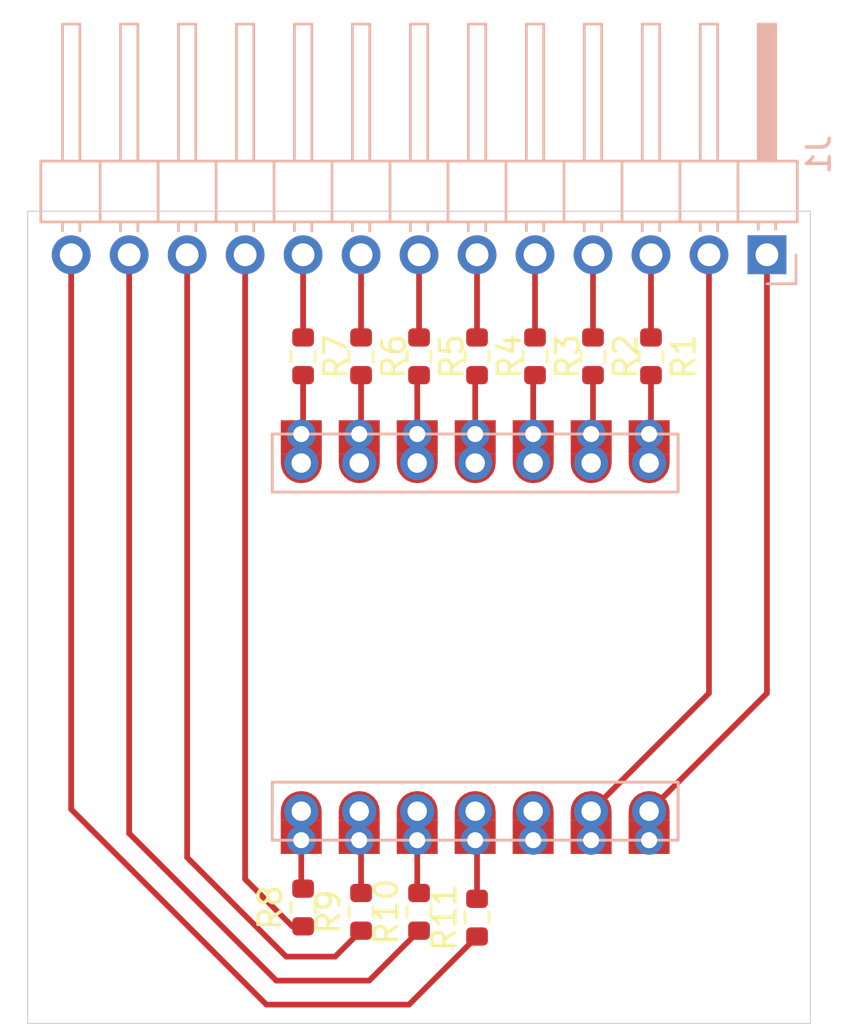
<source format=kicad_pcb>
(kicad_pcb (version 20171130) (host pcbnew 5.1.10-88a1d61d58~90~ubuntu20.04.1)

  (general
    (thickness 1.6)
    (drawings 4)
    (tracks 62)
    (zones 0)
    (modules 14)
    (nets 26)
  )

  (page A4)
  (layers
    (0 Top signal)
    (1 Bottom signal)
    (2 Route2 signal)
    (3 Route15 signal)
    (4 Route3 signal)
    (31 Route14 signal)
    (32 B.Adhes user)
    (33 F.Adhes user)
    (34 B.Paste user)
    (35 F.Paste user)
    (36 B.SilkS user)
    (37 F.SilkS user)
    (38 B.Mask user)
    (39 F.Mask user)
    (40 Dwgs.User user)
    (41 Cmts.User user)
    (42 Eco1.User user)
    (43 Eco2.User user)
    (44 Edge.Cuts user)
    (45 Margin user)
    (46 B.CrtYd user)
    (47 F.CrtYd user)
    (48 B.Fab user)
    (49 F.Fab user)
  )

  (setup
    (last_trace_width 0.25)
    (trace_clearance 0.8)
    (zone_clearance 0.508)
    (zone_45_only no)
    (trace_min 0.1016)
    (via_size 0.8)
    (via_drill 0.4)
    (via_min_size 0.4)
    (via_min_drill 0.2032)
    (uvia_size 0.3)
    (uvia_drill 0.1)
    (uvias_allowed no)
    (uvia_min_size 0.2)
    (uvia_min_drill 0.1)
    (edge_width 0.05)
    (segment_width 0.2)
    (pcb_text_width 0.3)
    (pcb_text_size 1.5 1.5)
    (mod_edge_width 0.12)
    (mod_text_size 1 1)
    (mod_text_width 0.15)
    (pad_size 1.524 1.524)
    (pad_drill 0.762)
    (pad_to_mask_clearance 0)
    (aux_axis_origin 0 0)
    (visible_elements FFFFFF7F)
    (pcbplotparams
      (layerselection 0x010fc_ffffffff)
      (usegerberextensions false)
      (usegerberattributes true)
      (usegerberadvancedattributes true)
      (creategerberjobfile true)
      (excludeedgelayer true)
      (linewidth 0.100000)
      (plotframeref false)
      (viasonmask false)
      (mode 1)
      (useauxorigin false)
      (hpglpennumber 1)
      (hpglpenspeed 20)
      (hpglpendiameter 15.000000)
      (psnegative false)
      (psa4output false)
      (plotreference true)
      (plotvalue true)
      (plotinvisibletext false)
      (padsonsilk false)
      (subtractmaskfromsilk false)
      (outputformat 1)
      (mirror false)
      (drillshape 0)
      (scaleselection 1)
      (outputdirectory ""))
  )

  (net 0 "")
  (net 1 GND)
  (net 2 /5V)
  (net 3 /3V3)
  (net 4 /PB08_A6_D6_TX)
  (net 5 /PA9_A5_D5_SCL)
  (net 6 /PA8_A4_D4_SDA)
  (net 7 /PA11_A3_D3)
  (net 8 /PA10_A2_D2)
  (net 9 /PA4_A1_D1)
  (net 10 /PA02_A0_D0)
  (net 11 /PA6_A10_D10_MOSI)
  (net 12 /PA5_A9_D9_MISO)
  (net 13 /PA7_A8_D8_SCK)
  (net 14 /PB09_A7_D7_RX)
  (net 15 "Net-(J1-Pad3)")
  (net 16 "Net-(J1-Pad4)")
  (net 17 "Net-(J1-Pad5)")
  (net 18 "Net-(J1-Pad6)")
  (net 19 "Net-(J1-Pad7)")
  (net 20 "Net-(J1-Pad8)")
  (net 21 "Net-(J1-Pad9)")
  (net 22 "Net-(J1-Pad10)")
  (net 23 "Net-(J1-Pad11)")
  (net 24 "Net-(J1-Pad12)")
  (net 25 "Net-(J1-Pad13)")

  (net_class Default "This is the default net class."
    (clearance 0.8)
    (trace_width 0.25)
    (via_dia 0.8)
    (via_drill 0.4)
    (uvia_dia 0.3)
    (uvia_drill 0.1)
    (add_net /3V3)
    (add_net /5V)
    (add_net /PA02_A0_D0)
    (add_net /PA10_A2_D2)
    (add_net /PA11_A3_D3)
    (add_net /PA4_A1_D1)
    (add_net /PA5_A9_D9_MISO)
    (add_net /PA6_A10_D10_MOSI)
    (add_net /PA7_A8_D8_SCK)
    (add_net /PA8_A4_D4_SDA)
    (add_net /PA9_A5_D5_SCL)
    (add_net /PB08_A6_D6_TX)
    (add_net /PB09_A7_D7_RX)
    (add_net GND)
    (add_net "Net-(J1-Pad10)")
    (add_net "Net-(J1-Pad11)")
    (add_net "Net-(J1-Pad12)")
    (add_net "Net-(J1-Pad13)")
    (add_net "Net-(J1-Pad3)")
    (add_net "Net-(J1-Pad4)")
    (add_net "Net-(J1-Pad5)")
    (add_net "Net-(J1-Pad6)")
    (add_net "Net-(J1-Pad7)")
    (add_net "Net-(J1-Pad8)")
    (add_net "Net-(J1-Pad9)")
  )

  (module Connector_PinHeader_2.54mm:PinHeader_1x13_P2.54mm_Horizontal (layer Route14) (tedit 59FED5CB) (tstamp 61386264)
    (at 161.29 88.265 90)
    (descr "Through hole angled pin header, 1x13, 2.54mm pitch, 6mm pin length, single row")
    (tags "Through hole angled pin header THT 1x13 2.54mm single row")
    (path /61370FB6)
    (fp_text reference J1 (at 4.385 2.27 90) (layer B.SilkS)
      (effects (font (size 1 1) (thickness 0.15)) (justify mirror))
    )
    (fp_text value Conn_01x13_Male (at 4.385 -32.75 90) (layer B.Fab)
      (effects (font (size 1 1) (thickness 0.15)) (justify mirror))
    )
    (fp_line (start 10.55 1.8) (end -1.8 1.8) (layer B.CrtYd) (width 0.05))
    (fp_line (start 10.55 -32.25) (end 10.55 1.8) (layer B.CrtYd) (width 0.05))
    (fp_line (start -1.8 -32.25) (end 10.55 -32.25) (layer B.CrtYd) (width 0.05))
    (fp_line (start -1.8 1.8) (end -1.8 -32.25) (layer B.CrtYd) (width 0.05))
    (fp_line (start -1.27 1.27) (end 0 1.27) (layer B.SilkS) (width 0.12))
    (fp_line (start -1.27 0) (end -1.27 1.27) (layer B.SilkS) (width 0.12))
    (fp_line (start 1.042929 -30.86) (end 1.44 -30.86) (layer B.SilkS) (width 0.12))
    (fp_line (start 1.042929 -30.1) (end 1.44 -30.1) (layer B.SilkS) (width 0.12))
    (fp_line (start 10.1 -30.86) (end 4.1 -30.86) (layer B.SilkS) (width 0.12))
    (fp_line (start 10.1 -30.1) (end 10.1 -30.86) (layer B.SilkS) (width 0.12))
    (fp_line (start 4.1 -30.1) (end 10.1 -30.1) (layer B.SilkS) (width 0.12))
    (fp_line (start 1.44 -29.21) (end 4.1 -29.21) (layer B.SilkS) (width 0.12))
    (fp_line (start 1.042929 -28.32) (end 1.44 -28.32) (layer B.SilkS) (width 0.12))
    (fp_line (start 1.042929 -27.56) (end 1.44 -27.56) (layer B.SilkS) (width 0.12))
    (fp_line (start 10.1 -28.32) (end 4.1 -28.32) (layer B.SilkS) (width 0.12))
    (fp_line (start 10.1 -27.56) (end 10.1 -28.32) (layer B.SilkS) (width 0.12))
    (fp_line (start 4.1 -27.56) (end 10.1 -27.56) (layer B.SilkS) (width 0.12))
    (fp_line (start 1.44 -26.67) (end 4.1 -26.67) (layer B.SilkS) (width 0.12))
    (fp_line (start 1.042929 -25.78) (end 1.44 -25.78) (layer B.SilkS) (width 0.12))
    (fp_line (start 1.042929 -25.02) (end 1.44 -25.02) (layer B.SilkS) (width 0.12))
    (fp_line (start 10.1 -25.78) (end 4.1 -25.78) (layer B.SilkS) (width 0.12))
    (fp_line (start 10.1 -25.02) (end 10.1 -25.78) (layer B.SilkS) (width 0.12))
    (fp_line (start 4.1 -25.02) (end 10.1 -25.02) (layer B.SilkS) (width 0.12))
    (fp_line (start 1.44 -24.13) (end 4.1 -24.13) (layer B.SilkS) (width 0.12))
    (fp_line (start 1.042929 -23.24) (end 1.44 -23.24) (layer B.SilkS) (width 0.12))
    (fp_line (start 1.042929 -22.48) (end 1.44 -22.48) (layer B.SilkS) (width 0.12))
    (fp_line (start 10.1 -23.24) (end 4.1 -23.24) (layer B.SilkS) (width 0.12))
    (fp_line (start 10.1 -22.48) (end 10.1 -23.24) (layer B.SilkS) (width 0.12))
    (fp_line (start 4.1 -22.48) (end 10.1 -22.48) (layer B.SilkS) (width 0.12))
    (fp_line (start 1.44 -21.59) (end 4.1 -21.59) (layer B.SilkS) (width 0.12))
    (fp_line (start 1.042929 -20.7) (end 1.44 -20.7) (layer B.SilkS) (width 0.12))
    (fp_line (start 1.042929 -19.94) (end 1.44 -19.94) (layer B.SilkS) (width 0.12))
    (fp_line (start 10.1 -20.7) (end 4.1 -20.7) (layer B.SilkS) (width 0.12))
    (fp_line (start 10.1 -19.94) (end 10.1 -20.7) (layer B.SilkS) (width 0.12))
    (fp_line (start 4.1 -19.94) (end 10.1 -19.94) (layer B.SilkS) (width 0.12))
    (fp_line (start 1.44 -19.05) (end 4.1 -19.05) (layer B.SilkS) (width 0.12))
    (fp_line (start 1.042929 -18.16) (end 1.44 -18.16) (layer B.SilkS) (width 0.12))
    (fp_line (start 1.042929 -17.4) (end 1.44 -17.4) (layer B.SilkS) (width 0.12))
    (fp_line (start 10.1 -18.16) (end 4.1 -18.16) (layer B.SilkS) (width 0.12))
    (fp_line (start 10.1 -17.4) (end 10.1 -18.16) (layer B.SilkS) (width 0.12))
    (fp_line (start 4.1 -17.4) (end 10.1 -17.4) (layer B.SilkS) (width 0.12))
    (fp_line (start 1.44 -16.51) (end 4.1 -16.51) (layer B.SilkS) (width 0.12))
    (fp_line (start 1.042929 -15.62) (end 1.44 -15.62) (layer B.SilkS) (width 0.12))
    (fp_line (start 1.042929 -14.86) (end 1.44 -14.86) (layer B.SilkS) (width 0.12))
    (fp_line (start 10.1 -15.62) (end 4.1 -15.62) (layer B.SilkS) (width 0.12))
    (fp_line (start 10.1 -14.86) (end 10.1 -15.62) (layer B.SilkS) (width 0.12))
    (fp_line (start 4.1 -14.86) (end 10.1 -14.86) (layer B.SilkS) (width 0.12))
    (fp_line (start 1.44 -13.97) (end 4.1 -13.97) (layer B.SilkS) (width 0.12))
    (fp_line (start 1.042929 -13.08) (end 1.44 -13.08) (layer B.SilkS) (width 0.12))
    (fp_line (start 1.042929 -12.32) (end 1.44 -12.32) (layer B.SilkS) (width 0.12))
    (fp_line (start 10.1 -13.08) (end 4.1 -13.08) (layer B.SilkS) (width 0.12))
    (fp_line (start 10.1 -12.32) (end 10.1 -13.08) (layer B.SilkS) (width 0.12))
    (fp_line (start 4.1 -12.32) (end 10.1 -12.32) (layer B.SilkS) (width 0.12))
    (fp_line (start 1.44 -11.43) (end 4.1 -11.43) (layer B.SilkS) (width 0.12))
    (fp_line (start 1.042929 -10.54) (end 1.44 -10.54) (layer B.SilkS) (width 0.12))
    (fp_line (start 1.042929 -9.78) (end 1.44 -9.78) (layer B.SilkS) (width 0.12))
    (fp_line (start 10.1 -10.54) (end 4.1 -10.54) (layer B.SilkS) (width 0.12))
    (fp_line (start 10.1 -9.78) (end 10.1 -10.54) (layer B.SilkS) (width 0.12))
    (fp_line (start 4.1 -9.78) (end 10.1 -9.78) (layer B.SilkS) (width 0.12))
    (fp_line (start 1.44 -8.89) (end 4.1 -8.89) (layer B.SilkS) (width 0.12))
    (fp_line (start 1.042929 -8) (end 1.44 -8) (layer B.SilkS) (width 0.12))
    (fp_line (start 1.042929 -7.24) (end 1.44 -7.24) (layer B.SilkS) (width 0.12))
    (fp_line (start 10.1 -8) (end 4.1 -8) (layer B.SilkS) (width 0.12))
    (fp_line (start 10.1 -7.24) (end 10.1 -8) (layer B.SilkS) (width 0.12))
    (fp_line (start 4.1 -7.24) (end 10.1 -7.24) (layer B.SilkS) (width 0.12))
    (fp_line (start 1.44 -6.35) (end 4.1 -6.35) (layer B.SilkS) (width 0.12))
    (fp_line (start 1.042929 -5.46) (end 1.44 -5.46) (layer B.SilkS) (width 0.12))
    (fp_line (start 1.042929 -4.7) (end 1.44 -4.7) (layer B.SilkS) (width 0.12))
    (fp_line (start 10.1 -5.46) (end 4.1 -5.46) (layer B.SilkS) (width 0.12))
    (fp_line (start 10.1 -4.7) (end 10.1 -5.46) (layer B.SilkS) (width 0.12))
    (fp_line (start 4.1 -4.7) (end 10.1 -4.7) (layer B.SilkS) (width 0.12))
    (fp_line (start 1.44 -3.81) (end 4.1 -3.81) (layer B.SilkS) (width 0.12))
    (fp_line (start 1.042929 -2.92) (end 1.44 -2.92) (layer B.SilkS) (width 0.12))
    (fp_line (start 1.042929 -2.16) (end 1.44 -2.16) (layer B.SilkS) (width 0.12))
    (fp_line (start 10.1 -2.92) (end 4.1 -2.92) (layer B.SilkS) (width 0.12))
    (fp_line (start 10.1 -2.16) (end 10.1 -2.92) (layer B.SilkS) (width 0.12))
    (fp_line (start 4.1 -2.16) (end 10.1 -2.16) (layer B.SilkS) (width 0.12))
    (fp_line (start 1.44 -1.27) (end 4.1 -1.27) (layer B.SilkS) (width 0.12))
    (fp_line (start 1.11 -0.38) (end 1.44 -0.38) (layer B.SilkS) (width 0.12))
    (fp_line (start 1.11 0.38) (end 1.44 0.38) (layer B.SilkS) (width 0.12))
    (fp_line (start 4.1 -0.28) (end 10.1 -0.28) (layer B.SilkS) (width 0.12))
    (fp_line (start 4.1 -0.16) (end 10.1 -0.16) (layer B.SilkS) (width 0.12))
    (fp_line (start 4.1 -0.04) (end 10.1 -0.04) (layer B.SilkS) (width 0.12))
    (fp_line (start 4.1 0.08) (end 10.1 0.08) (layer B.SilkS) (width 0.12))
    (fp_line (start 4.1 0.2) (end 10.1 0.2) (layer B.SilkS) (width 0.12))
    (fp_line (start 4.1 0.32) (end 10.1 0.32) (layer B.SilkS) (width 0.12))
    (fp_line (start 10.1 -0.38) (end 4.1 -0.38) (layer B.SilkS) (width 0.12))
    (fp_line (start 10.1 0.38) (end 10.1 -0.38) (layer B.SilkS) (width 0.12))
    (fp_line (start 4.1 0.38) (end 10.1 0.38) (layer B.SilkS) (width 0.12))
    (fp_line (start 4.1 1.33) (end 1.44 1.33) (layer B.SilkS) (width 0.12))
    (fp_line (start 4.1 -31.81) (end 4.1 1.33) (layer B.SilkS) (width 0.12))
    (fp_line (start 1.44 -31.81) (end 4.1 -31.81) (layer B.SilkS) (width 0.12))
    (fp_line (start 1.44 1.33) (end 1.44 -31.81) (layer B.SilkS) (width 0.12))
    (fp_line (start 4.04 -30.8) (end 10.04 -30.8) (layer B.Fab) (width 0.1))
    (fp_line (start 10.04 -30.16) (end 10.04 -30.8) (layer B.Fab) (width 0.1))
    (fp_line (start 4.04 -30.16) (end 10.04 -30.16) (layer B.Fab) (width 0.1))
    (fp_line (start -0.32 -30.8) (end 1.5 -30.8) (layer B.Fab) (width 0.1))
    (fp_line (start -0.32 -30.16) (end -0.32 -30.8) (layer B.Fab) (width 0.1))
    (fp_line (start -0.32 -30.16) (end 1.5 -30.16) (layer B.Fab) (width 0.1))
    (fp_line (start 4.04 -28.26) (end 10.04 -28.26) (layer B.Fab) (width 0.1))
    (fp_line (start 10.04 -27.62) (end 10.04 -28.26) (layer B.Fab) (width 0.1))
    (fp_line (start 4.04 -27.62) (end 10.04 -27.62) (layer B.Fab) (width 0.1))
    (fp_line (start -0.32 -28.26) (end 1.5 -28.26) (layer B.Fab) (width 0.1))
    (fp_line (start -0.32 -27.62) (end -0.32 -28.26) (layer B.Fab) (width 0.1))
    (fp_line (start -0.32 -27.62) (end 1.5 -27.62) (layer B.Fab) (width 0.1))
    (fp_line (start 4.04 -25.72) (end 10.04 -25.72) (layer B.Fab) (width 0.1))
    (fp_line (start 10.04 -25.08) (end 10.04 -25.72) (layer B.Fab) (width 0.1))
    (fp_line (start 4.04 -25.08) (end 10.04 -25.08) (layer B.Fab) (width 0.1))
    (fp_line (start -0.32 -25.72) (end 1.5 -25.72) (layer B.Fab) (width 0.1))
    (fp_line (start -0.32 -25.08) (end -0.32 -25.72) (layer B.Fab) (width 0.1))
    (fp_line (start -0.32 -25.08) (end 1.5 -25.08) (layer B.Fab) (width 0.1))
    (fp_line (start 4.04 -23.18) (end 10.04 -23.18) (layer B.Fab) (width 0.1))
    (fp_line (start 10.04 -22.54) (end 10.04 -23.18) (layer B.Fab) (width 0.1))
    (fp_line (start 4.04 -22.54) (end 10.04 -22.54) (layer B.Fab) (width 0.1))
    (fp_line (start -0.32 -23.18) (end 1.5 -23.18) (layer B.Fab) (width 0.1))
    (fp_line (start -0.32 -22.54) (end -0.32 -23.18) (layer B.Fab) (width 0.1))
    (fp_line (start -0.32 -22.54) (end 1.5 -22.54) (layer B.Fab) (width 0.1))
    (fp_line (start 4.04 -20.64) (end 10.04 -20.64) (layer B.Fab) (width 0.1))
    (fp_line (start 10.04 -20) (end 10.04 -20.64) (layer B.Fab) (width 0.1))
    (fp_line (start 4.04 -20) (end 10.04 -20) (layer B.Fab) (width 0.1))
    (fp_line (start -0.32 -20.64) (end 1.5 -20.64) (layer B.Fab) (width 0.1))
    (fp_line (start -0.32 -20) (end -0.32 -20.64) (layer B.Fab) (width 0.1))
    (fp_line (start -0.32 -20) (end 1.5 -20) (layer B.Fab) (width 0.1))
    (fp_line (start 4.04 -18.1) (end 10.04 -18.1) (layer B.Fab) (width 0.1))
    (fp_line (start 10.04 -17.46) (end 10.04 -18.1) (layer B.Fab) (width 0.1))
    (fp_line (start 4.04 -17.46) (end 10.04 -17.46) (layer B.Fab) (width 0.1))
    (fp_line (start -0.32 -18.1) (end 1.5 -18.1) (layer B.Fab) (width 0.1))
    (fp_line (start -0.32 -17.46) (end -0.32 -18.1) (layer B.Fab) (width 0.1))
    (fp_line (start -0.32 -17.46) (end 1.5 -17.46) (layer B.Fab) (width 0.1))
    (fp_line (start 4.04 -15.56) (end 10.04 -15.56) (layer B.Fab) (width 0.1))
    (fp_line (start 10.04 -14.92) (end 10.04 -15.56) (layer B.Fab) (width 0.1))
    (fp_line (start 4.04 -14.92) (end 10.04 -14.92) (layer B.Fab) (width 0.1))
    (fp_line (start -0.32 -15.56) (end 1.5 -15.56) (layer B.Fab) (width 0.1))
    (fp_line (start -0.32 -14.92) (end -0.32 -15.56) (layer B.Fab) (width 0.1))
    (fp_line (start -0.32 -14.92) (end 1.5 -14.92) (layer B.Fab) (width 0.1))
    (fp_line (start 4.04 -13.02) (end 10.04 -13.02) (layer B.Fab) (width 0.1))
    (fp_line (start 10.04 -12.38) (end 10.04 -13.02) (layer B.Fab) (width 0.1))
    (fp_line (start 4.04 -12.38) (end 10.04 -12.38) (layer B.Fab) (width 0.1))
    (fp_line (start -0.32 -13.02) (end 1.5 -13.02) (layer B.Fab) (width 0.1))
    (fp_line (start -0.32 -12.38) (end -0.32 -13.02) (layer B.Fab) (width 0.1))
    (fp_line (start -0.32 -12.38) (end 1.5 -12.38) (layer B.Fab) (width 0.1))
    (fp_line (start 4.04 -10.48) (end 10.04 -10.48) (layer B.Fab) (width 0.1))
    (fp_line (start 10.04 -9.84) (end 10.04 -10.48) (layer B.Fab) (width 0.1))
    (fp_line (start 4.04 -9.84) (end 10.04 -9.84) (layer B.Fab) (width 0.1))
    (fp_line (start -0.32 -10.48) (end 1.5 -10.48) (layer B.Fab) (width 0.1))
    (fp_line (start -0.32 -9.84) (end -0.32 -10.48) (layer B.Fab) (width 0.1))
    (fp_line (start -0.32 -9.84) (end 1.5 -9.84) (layer B.Fab) (width 0.1))
    (fp_line (start 4.04 -7.94) (end 10.04 -7.94) (layer B.Fab) (width 0.1))
    (fp_line (start 10.04 -7.3) (end 10.04 -7.94) (layer B.Fab) (width 0.1))
    (fp_line (start 4.04 -7.3) (end 10.04 -7.3) (layer B.Fab) (width 0.1))
    (fp_line (start -0.32 -7.94) (end 1.5 -7.94) (layer B.Fab) (width 0.1))
    (fp_line (start -0.32 -7.3) (end -0.32 -7.94) (layer B.Fab) (width 0.1))
    (fp_line (start -0.32 -7.3) (end 1.5 -7.3) (layer B.Fab) (width 0.1))
    (fp_line (start 4.04 -5.4) (end 10.04 -5.4) (layer B.Fab) (width 0.1))
    (fp_line (start 10.04 -4.76) (end 10.04 -5.4) (layer B.Fab) (width 0.1))
    (fp_line (start 4.04 -4.76) (end 10.04 -4.76) (layer B.Fab) (width 0.1))
    (fp_line (start -0.32 -5.4) (end 1.5 -5.4) (layer B.Fab) (width 0.1))
    (fp_line (start -0.32 -4.76) (end -0.32 -5.4) (layer B.Fab) (width 0.1))
    (fp_line (start -0.32 -4.76) (end 1.5 -4.76) (layer B.Fab) (width 0.1))
    (fp_line (start 4.04 -2.86) (end 10.04 -2.86) (layer B.Fab) (width 0.1))
    (fp_line (start 10.04 -2.22) (end 10.04 -2.86) (layer B.Fab) (width 0.1))
    (fp_line (start 4.04 -2.22) (end 10.04 -2.22) (layer B.Fab) (width 0.1))
    (fp_line (start -0.32 -2.86) (end 1.5 -2.86) (layer B.Fab) (width 0.1))
    (fp_line (start -0.32 -2.22) (end -0.32 -2.86) (layer B.Fab) (width 0.1))
    (fp_line (start -0.32 -2.22) (end 1.5 -2.22) (layer B.Fab) (width 0.1))
    (fp_line (start 4.04 -0.32) (end 10.04 -0.32) (layer B.Fab) (width 0.1))
    (fp_line (start 10.04 0.32) (end 10.04 -0.32) (layer B.Fab) (width 0.1))
    (fp_line (start 4.04 0.32) (end 10.04 0.32) (layer B.Fab) (width 0.1))
    (fp_line (start -0.32 -0.32) (end 1.5 -0.32) (layer B.Fab) (width 0.1))
    (fp_line (start -0.32 0.32) (end -0.32 -0.32) (layer B.Fab) (width 0.1))
    (fp_line (start -0.32 0.32) (end 1.5 0.32) (layer B.Fab) (width 0.1))
    (fp_line (start 1.5 0.635) (end 2.135 1.27) (layer B.Fab) (width 0.1))
    (fp_line (start 1.5 -31.75) (end 1.5 0.635) (layer B.Fab) (width 0.1))
    (fp_line (start 4.04 -31.75) (end 1.5 -31.75) (layer B.Fab) (width 0.1))
    (fp_line (start 4.04 1.27) (end 4.04 -31.75) (layer B.Fab) (width 0.1))
    (fp_line (start 2.135 1.27) (end 4.04 1.27) (layer B.Fab) (width 0.1))
    (fp_text user %R (at 2.77 -15.24) (layer F.Fab)
      (effects (font (size 1 1) (thickness 0.15)))
    )
    (pad 13 thru_hole oval (at 0 -30.48 90) (size 1.7 1.7) (drill 1) (layers *.Cu *.Mask)
      (net 25 "Net-(J1-Pad13)"))
    (pad 12 thru_hole oval (at 0 -27.94 90) (size 1.7 1.7) (drill 1) (layers *.Cu *.Mask)
      (net 24 "Net-(J1-Pad12)"))
    (pad 11 thru_hole oval (at 0 -25.4 90) (size 1.7 1.7) (drill 1) (layers *.Cu *.Mask)
      (net 23 "Net-(J1-Pad11)"))
    (pad 10 thru_hole oval (at 0 -22.86 90) (size 1.7 1.7) (drill 1) (layers *.Cu *.Mask)
      (net 22 "Net-(J1-Pad10)"))
    (pad 9 thru_hole oval (at 0 -20.32 90) (size 1.7 1.7) (drill 1) (layers *.Cu *.Mask)
      (net 21 "Net-(J1-Pad9)"))
    (pad 8 thru_hole oval (at 0 -17.78 90) (size 1.7 1.7) (drill 1) (layers *.Cu *.Mask)
      (net 20 "Net-(J1-Pad8)"))
    (pad 7 thru_hole oval (at 0 -15.24 90) (size 1.7 1.7) (drill 1) (layers *.Cu *.Mask)
      (net 19 "Net-(J1-Pad7)"))
    (pad 6 thru_hole oval (at 0 -12.7 90) (size 1.7 1.7) (drill 1) (layers *.Cu *.Mask)
      (net 18 "Net-(J1-Pad6)"))
    (pad 5 thru_hole oval (at 0 -10.16 90) (size 1.7 1.7) (drill 1) (layers *.Cu *.Mask)
      (net 17 "Net-(J1-Pad5)"))
    (pad 4 thru_hole oval (at 0 -7.62 90) (size 1.7 1.7) (drill 1) (layers *.Cu *.Mask)
      (net 16 "Net-(J1-Pad4)"))
    (pad 3 thru_hole oval (at 0 -5.08 90) (size 1.7 1.7) (drill 1) (layers *.Cu *.Mask)
      (net 15 "Net-(J1-Pad3)"))
    (pad 2 thru_hole oval (at 0 -2.54 90) (size 1.7 1.7) (drill 1) (layers *.Cu *.Mask)
      (net 1 GND))
    (pad 1 thru_hole rect (at 0 0 90) (size 1.7 1.7) (drill 1) (layers *.Cu *.Mask)
      (net 2 /5V))
    (model ${KISYS3DMOD}/Connector_PinHeader_2.54mm.3dshapes/PinHeader_1x13_P2.54mm_Horizontal.wrl
      (at (xyz 0 0 0))
      (scale (xyz 1 1 1))
      (rotate (xyz 0 0 0))
    )
  )

  (module Resistor_SMD:R_0603_1608Metric (layer Top) (tedit 5F68FEEE) (tstamp 61385162)
    (at 148.59 117.285 90)
    (descr "Resistor SMD 0603 (1608 Metric), square (rectangular) end terminal, IPC_7351 nominal, (Body size source: IPC-SM-782 page 72, https://www.pcb-3d.com/wordpress/wp-content/uploads/ipc-sm-782a_amendment_1_and_2.pdf), generated with kicad-footprint-generator")
    (tags resistor)
    (path /6139D459)
    (attr smd)
    (fp_text reference R11 (at 0 -1.43 90) (layer F.SilkS)
      (effects (font (size 1 1) (thickness 0.15)))
    )
    (fp_text value R-0603 (at 0 1.43 90) (layer F.Fab)
      (effects (font (size 1 1) (thickness 0.15)))
    )
    (fp_text user %R (at 0 0 90) (layer F.Fab)
      (effects (font (size 0.4 0.4) (thickness 0.06)))
    )
    (fp_line (start -0.8 0.4125) (end -0.8 -0.4125) (layer F.Fab) (width 0.1))
    (fp_line (start -0.8 -0.4125) (end 0.8 -0.4125) (layer F.Fab) (width 0.1))
    (fp_line (start 0.8 -0.4125) (end 0.8 0.4125) (layer F.Fab) (width 0.1))
    (fp_line (start 0.8 0.4125) (end -0.8 0.4125) (layer F.Fab) (width 0.1))
    (fp_line (start -0.237258 -0.5225) (end 0.237258 -0.5225) (layer F.SilkS) (width 0.12))
    (fp_line (start -0.237258 0.5225) (end 0.237258 0.5225) (layer F.SilkS) (width 0.12))
    (fp_line (start -1.48 0.73) (end -1.48 -0.73) (layer F.CrtYd) (width 0.05))
    (fp_line (start -1.48 -0.73) (end 1.48 -0.73) (layer F.CrtYd) (width 0.05))
    (fp_line (start 1.48 -0.73) (end 1.48 0.73) (layer F.CrtYd) (width 0.05))
    (fp_line (start 1.48 0.73) (end -1.48 0.73) (layer F.CrtYd) (width 0.05))
    (pad 2 smd roundrect (at 0.825 0 90) (size 0.8 0.95) (layers Top F.Paste F.Mask) (roundrect_rratio 0.25)
      (net 11 /PA6_A10_D10_MOSI))
    (pad 1 smd roundrect (at -0.825 0 90) (size 0.8 0.95) (layers Top F.Paste F.Mask) (roundrect_rratio 0.25)
      (net 25 "Net-(J1-Pad13)"))
    (model ${KISYS3DMOD}/Resistor_SMD.3dshapes/R_0603_1608Metric.wrl
      (at (xyz 0 0 0))
      (scale (xyz 1 1 1))
      (rotate (xyz 0 0 0))
    )
  )

  (module Resistor_SMD:R_0603_1608Metric (layer Top) (tedit 5F68FEEE) (tstamp 6138460F)
    (at 146.05 117.03 90)
    (descr "Resistor SMD 0603 (1608 Metric), square (rectangular) end terminal, IPC_7351 nominal, (Body size source: IPC-SM-782 page 72, https://www.pcb-3d.com/wordpress/wp-content/uploads/ipc-sm-782a_amendment_1_and_2.pdf), generated with kicad-footprint-generator")
    (tags resistor)
    (path /6139CF72)
    (attr smd)
    (fp_text reference R10 (at 0 -1.43 90) (layer F.SilkS)
      (effects (font (size 1 1) (thickness 0.15)))
    )
    (fp_text value R-0603 (at 0 1.43 90) (layer F.Fab)
      (effects (font (size 1 1) (thickness 0.15)))
    )
    (fp_text user %R (at 0 0 90) (layer F.Fab)
      (effects (font (size 0.4 0.4) (thickness 0.06)))
    )
    (fp_line (start -0.8 0.4125) (end -0.8 -0.4125) (layer F.Fab) (width 0.1))
    (fp_line (start -0.8 -0.4125) (end 0.8 -0.4125) (layer F.Fab) (width 0.1))
    (fp_line (start 0.8 -0.4125) (end 0.8 0.4125) (layer F.Fab) (width 0.1))
    (fp_line (start 0.8 0.4125) (end -0.8 0.4125) (layer F.Fab) (width 0.1))
    (fp_line (start -0.237258 -0.5225) (end 0.237258 -0.5225) (layer F.SilkS) (width 0.12))
    (fp_line (start -0.237258 0.5225) (end 0.237258 0.5225) (layer F.SilkS) (width 0.12))
    (fp_line (start -1.48 0.73) (end -1.48 -0.73) (layer F.CrtYd) (width 0.05))
    (fp_line (start -1.48 -0.73) (end 1.48 -0.73) (layer F.CrtYd) (width 0.05))
    (fp_line (start 1.48 -0.73) (end 1.48 0.73) (layer F.CrtYd) (width 0.05))
    (fp_line (start 1.48 0.73) (end -1.48 0.73) (layer F.CrtYd) (width 0.05))
    (pad 2 smd roundrect (at 0.825 0 90) (size 0.8 0.95) (layers Top F.Paste F.Mask) (roundrect_rratio 0.25)
      (net 12 /PA5_A9_D9_MISO))
    (pad 1 smd roundrect (at -0.825 0 90) (size 0.8 0.95) (layers Top F.Paste F.Mask) (roundrect_rratio 0.25)
      (net 24 "Net-(J1-Pad12)"))
    (model ${KISYS3DMOD}/Resistor_SMD.3dshapes/R_0603_1608Metric.wrl
      (at (xyz 0 0 0))
      (scale (xyz 1 1 1))
      (rotate (xyz 0 0 0))
    )
  )

  (module Resistor_SMD:R_0603_1608Metric (layer Top) (tedit 5F68FEEE) (tstamp 613845FE)
    (at 143.51 117.03 90)
    (descr "Resistor SMD 0603 (1608 Metric), square (rectangular) end terminal, IPC_7351 nominal, (Body size source: IPC-SM-782 page 72, https://www.pcb-3d.com/wordpress/wp-content/uploads/ipc-sm-782a_amendment_1_and_2.pdf), generated with kicad-footprint-generator")
    (tags resistor)
    (path /6139CAB9)
    (attr smd)
    (fp_text reference R9 (at 0 -1.43 90) (layer F.SilkS)
      (effects (font (size 1 1) (thickness 0.15)))
    )
    (fp_text value R-0603 (at 0 1.43 90) (layer F.Fab)
      (effects (font (size 1 1) (thickness 0.15)))
    )
    (fp_text user %R (at 0 0 90) (layer F.Fab)
      (effects (font (size 0.4 0.4) (thickness 0.06)))
    )
    (fp_line (start -0.8 0.4125) (end -0.8 -0.4125) (layer F.Fab) (width 0.1))
    (fp_line (start -0.8 -0.4125) (end 0.8 -0.4125) (layer F.Fab) (width 0.1))
    (fp_line (start 0.8 -0.4125) (end 0.8 0.4125) (layer F.Fab) (width 0.1))
    (fp_line (start 0.8 0.4125) (end -0.8 0.4125) (layer F.Fab) (width 0.1))
    (fp_line (start -0.237258 -0.5225) (end 0.237258 -0.5225) (layer F.SilkS) (width 0.12))
    (fp_line (start -0.237258 0.5225) (end 0.237258 0.5225) (layer F.SilkS) (width 0.12))
    (fp_line (start -1.48 0.73) (end -1.48 -0.73) (layer F.CrtYd) (width 0.05))
    (fp_line (start -1.48 -0.73) (end 1.48 -0.73) (layer F.CrtYd) (width 0.05))
    (fp_line (start 1.48 -0.73) (end 1.48 0.73) (layer F.CrtYd) (width 0.05))
    (fp_line (start 1.48 0.73) (end -1.48 0.73) (layer F.CrtYd) (width 0.05))
    (pad 2 smd roundrect (at 0.825 0 90) (size 0.8 0.95) (layers Top F.Paste F.Mask) (roundrect_rratio 0.25)
      (net 13 /PA7_A8_D8_SCK))
    (pad 1 smd roundrect (at -0.825 0 90) (size 0.8 0.95) (layers Top F.Paste F.Mask) (roundrect_rratio 0.25)
      (net 23 "Net-(J1-Pad11)"))
    (model ${KISYS3DMOD}/Resistor_SMD.3dshapes/R_0603_1608Metric.wrl
      (at (xyz 0 0 0))
      (scale (xyz 1 1 1))
      (rotate (xyz 0 0 0))
    )
  )

  (module Resistor_SMD:R_0603_1608Metric (layer Top) (tedit 5F68FEEE) (tstamp 613845ED)
    (at 140.97 116.84 90)
    (descr "Resistor SMD 0603 (1608 Metric), square (rectangular) end terminal, IPC_7351 nominal, (Body size source: IPC-SM-782 page 72, https://www.pcb-3d.com/wordpress/wp-content/uploads/ipc-sm-782a_amendment_1_and_2.pdf), generated with kicad-footprint-generator")
    (tags resistor)
    (path /6139C609)
    (attr smd)
    (fp_text reference R8 (at 0 -1.43 90) (layer F.SilkS)
      (effects (font (size 1 1) (thickness 0.15)))
    )
    (fp_text value R-0603 (at 0 1.43 90) (layer F.Fab)
      (effects (font (size 1 1) (thickness 0.15)))
    )
    (fp_text user %R (at 0 0 90) (layer F.Fab)
      (effects (font (size 0.4 0.4) (thickness 0.06)))
    )
    (fp_line (start -0.8 0.4125) (end -0.8 -0.4125) (layer F.Fab) (width 0.1))
    (fp_line (start -0.8 -0.4125) (end 0.8 -0.4125) (layer F.Fab) (width 0.1))
    (fp_line (start 0.8 -0.4125) (end 0.8 0.4125) (layer F.Fab) (width 0.1))
    (fp_line (start 0.8 0.4125) (end -0.8 0.4125) (layer F.Fab) (width 0.1))
    (fp_line (start -0.237258 -0.5225) (end 0.237258 -0.5225) (layer F.SilkS) (width 0.12))
    (fp_line (start -0.237258 0.5225) (end 0.237258 0.5225) (layer F.SilkS) (width 0.12))
    (fp_line (start -1.48 0.73) (end -1.48 -0.73) (layer F.CrtYd) (width 0.05))
    (fp_line (start -1.48 -0.73) (end 1.48 -0.73) (layer F.CrtYd) (width 0.05))
    (fp_line (start 1.48 -0.73) (end 1.48 0.73) (layer F.CrtYd) (width 0.05))
    (fp_line (start 1.48 0.73) (end -1.48 0.73) (layer F.CrtYd) (width 0.05))
    (pad 2 smd roundrect (at 0.825 0 90) (size 0.8 0.95) (layers Top F.Paste F.Mask) (roundrect_rratio 0.25)
      (net 14 /PB09_A7_D7_RX))
    (pad 1 smd roundrect (at -0.825 0 90) (size 0.8 0.95) (layers Top F.Paste F.Mask) (roundrect_rratio 0.25)
      (net 22 "Net-(J1-Pad10)"))
    (model ${KISYS3DMOD}/Resistor_SMD.3dshapes/R_0603_1608Metric.wrl
      (at (xyz 0 0 0))
      (scale (xyz 1 1 1))
      (rotate (xyz 0 0 0))
    )
  )

  (module Resistor_SMD:R_0603_1608Metric (layer Top) (tedit 5F68FEEE) (tstamp 61384E67)
    (at 140.97 92.71 270)
    (descr "Resistor SMD 0603 (1608 Metric), square (rectangular) end terminal, IPC_7351 nominal, (Body size source: IPC-SM-782 page 72, https://www.pcb-3d.com/wordpress/wp-content/uploads/ipc-sm-782a_amendment_1_and_2.pdf), generated with kicad-footprint-generator")
    (tags resistor)
    (path /6139C15F)
    (attr smd)
    (fp_text reference R7 (at 0 -1.43 90) (layer F.SilkS)
      (effects (font (size 1 1) (thickness 0.15)))
    )
    (fp_text value R-0603 (at 0 1.43 90) (layer F.Fab)
      (effects (font (size 1 1) (thickness 0.15)))
    )
    (fp_text user %R (at 0 0 90) (layer F.Fab)
      (effects (font (size 0.4 0.4) (thickness 0.06)))
    )
    (fp_line (start -0.8 0.4125) (end -0.8 -0.4125) (layer F.Fab) (width 0.1))
    (fp_line (start -0.8 -0.4125) (end 0.8 -0.4125) (layer F.Fab) (width 0.1))
    (fp_line (start 0.8 -0.4125) (end 0.8 0.4125) (layer F.Fab) (width 0.1))
    (fp_line (start 0.8 0.4125) (end -0.8 0.4125) (layer F.Fab) (width 0.1))
    (fp_line (start -0.237258 -0.5225) (end 0.237258 -0.5225) (layer F.SilkS) (width 0.12))
    (fp_line (start -0.237258 0.5225) (end 0.237258 0.5225) (layer F.SilkS) (width 0.12))
    (fp_line (start -1.48 0.73) (end -1.48 -0.73) (layer F.CrtYd) (width 0.05))
    (fp_line (start -1.48 -0.73) (end 1.48 -0.73) (layer F.CrtYd) (width 0.05))
    (fp_line (start 1.48 -0.73) (end 1.48 0.73) (layer F.CrtYd) (width 0.05))
    (fp_line (start 1.48 0.73) (end -1.48 0.73) (layer F.CrtYd) (width 0.05))
    (pad 2 smd roundrect (at 0.825 0 270) (size 0.8 0.95) (layers Top F.Paste F.Mask) (roundrect_rratio 0.25)
      (net 4 /PB08_A6_D6_TX))
    (pad 1 smd roundrect (at -0.825 0 270) (size 0.8 0.95) (layers Top F.Paste F.Mask) (roundrect_rratio 0.25)
      (net 21 "Net-(J1-Pad9)"))
    (model ${KISYS3DMOD}/Resistor_SMD.3dshapes/R_0603_1608Metric.wrl
      (at (xyz 0 0 0))
      (scale (xyz 1 1 1))
      (rotate (xyz 0 0 0))
    )
  )

  (module Resistor_SMD:R_0603_1608Metric (layer Top) (tedit 5F68FEEE) (tstamp 613845CB)
    (at 143.51 92.71 270)
    (descr "Resistor SMD 0603 (1608 Metric), square (rectangular) end terminal, IPC_7351 nominal, (Body size source: IPC-SM-782 page 72, https://www.pcb-3d.com/wordpress/wp-content/uploads/ipc-sm-782a_amendment_1_and_2.pdf), generated with kicad-footprint-generator")
    (tags resistor)
    (path /6139BC77)
    (attr smd)
    (fp_text reference R6 (at 0 -1.43 90) (layer F.SilkS)
      (effects (font (size 1 1) (thickness 0.15)))
    )
    (fp_text value R-0603 (at 0 1.43 90) (layer F.Fab)
      (effects (font (size 1 1) (thickness 0.15)))
    )
    (fp_text user %R (at 0 0 90) (layer F.Fab)
      (effects (font (size 0.4 0.4) (thickness 0.06)))
    )
    (fp_line (start -0.8 0.4125) (end -0.8 -0.4125) (layer F.Fab) (width 0.1))
    (fp_line (start -0.8 -0.4125) (end 0.8 -0.4125) (layer F.Fab) (width 0.1))
    (fp_line (start 0.8 -0.4125) (end 0.8 0.4125) (layer F.Fab) (width 0.1))
    (fp_line (start 0.8 0.4125) (end -0.8 0.4125) (layer F.Fab) (width 0.1))
    (fp_line (start -0.237258 -0.5225) (end 0.237258 -0.5225) (layer F.SilkS) (width 0.12))
    (fp_line (start -0.237258 0.5225) (end 0.237258 0.5225) (layer F.SilkS) (width 0.12))
    (fp_line (start -1.48 0.73) (end -1.48 -0.73) (layer F.CrtYd) (width 0.05))
    (fp_line (start -1.48 -0.73) (end 1.48 -0.73) (layer F.CrtYd) (width 0.05))
    (fp_line (start 1.48 -0.73) (end 1.48 0.73) (layer F.CrtYd) (width 0.05))
    (fp_line (start 1.48 0.73) (end -1.48 0.73) (layer F.CrtYd) (width 0.05))
    (pad 2 smd roundrect (at 0.825 0 270) (size 0.8 0.95) (layers Top F.Paste F.Mask) (roundrect_rratio 0.25)
      (net 5 /PA9_A5_D5_SCL))
    (pad 1 smd roundrect (at -0.825 0 270) (size 0.8 0.95) (layers Top F.Paste F.Mask) (roundrect_rratio 0.25)
      (net 20 "Net-(J1-Pad8)"))
    (model ${KISYS3DMOD}/Resistor_SMD.3dshapes/R_0603_1608Metric.wrl
      (at (xyz 0 0 0))
      (scale (xyz 1 1 1))
      (rotate (xyz 0 0 0))
    )
  )

  (module Resistor_SMD:R_0603_1608Metric (layer Top) (tedit 5F68FEEE) (tstamp 61384D43)
    (at 146.05 92.71 270)
    (descr "Resistor SMD 0603 (1608 Metric), square (rectangular) end terminal, IPC_7351 nominal, (Body size source: IPC-SM-782 page 72, https://www.pcb-3d.com/wordpress/wp-content/uploads/ipc-sm-782a_amendment_1_and_2.pdf), generated with kicad-footprint-generator")
    (tags resistor)
    (path /6139B83F)
    (attr smd)
    (fp_text reference R5 (at 0 -1.43 90) (layer F.SilkS)
      (effects (font (size 1 1) (thickness 0.15)))
    )
    (fp_text value R-0603 (at 0 1.43 90) (layer F.Fab)
      (effects (font (size 1 1) (thickness 0.15)))
    )
    (fp_text user %R (at 0 0 90) (layer F.Fab)
      (effects (font (size 0.4 0.4) (thickness 0.06)))
    )
    (fp_line (start -0.8 0.4125) (end -0.8 -0.4125) (layer F.Fab) (width 0.1))
    (fp_line (start -0.8 -0.4125) (end 0.8 -0.4125) (layer F.Fab) (width 0.1))
    (fp_line (start 0.8 -0.4125) (end 0.8 0.4125) (layer F.Fab) (width 0.1))
    (fp_line (start 0.8 0.4125) (end -0.8 0.4125) (layer F.Fab) (width 0.1))
    (fp_line (start -0.237258 -0.5225) (end 0.237258 -0.5225) (layer F.SilkS) (width 0.12))
    (fp_line (start -0.237258 0.5225) (end 0.237258 0.5225) (layer F.SilkS) (width 0.12))
    (fp_line (start -1.48 0.73) (end -1.48 -0.73) (layer F.CrtYd) (width 0.05))
    (fp_line (start -1.48 -0.73) (end 1.48 -0.73) (layer F.CrtYd) (width 0.05))
    (fp_line (start 1.48 -0.73) (end 1.48 0.73) (layer F.CrtYd) (width 0.05))
    (fp_line (start 1.48 0.73) (end -1.48 0.73) (layer F.CrtYd) (width 0.05))
    (pad 2 smd roundrect (at 0.825 0 270) (size 0.8 0.95) (layers Top F.Paste F.Mask) (roundrect_rratio 0.25)
      (net 6 /PA8_A4_D4_SDA))
    (pad 1 smd roundrect (at -0.825 0 270) (size 0.8 0.95) (layers Top F.Paste F.Mask) (roundrect_rratio 0.25)
      (net 19 "Net-(J1-Pad7)"))
    (model ${KISYS3DMOD}/Resistor_SMD.3dshapes/R_0603_1608Metric.wrl
      (at (xyz 0 0 0))
      (scale (xyz 1 1 1))
      (rotate (xyz 0 0 0))
    )
  )

  (module Resistor_SMD:R_0603_1608Metric (layer Top) (tedit 5F68FEEE) (tstamp 613845A9)
    (at 148.59 92.71 270)
    (descr "Resistor SMD 0603 (1608 Metric), square (rectangular) end terminal, IPC_7351 nominal, (Body size source: IPC-SM-782 page 72, https://www.pcb-3d.com/wordpress/wp-content/uploads/ipc-sm-782a_amendment_1_and_2.pdf), generated with kicad-footprint-generator")
    (tags resistor)
    (path /6139B449)
    (attr smd)
    (fp_text reference R4 (at 0 -1.43 90) (layer F.SilkS)
      (effects (font (size 1 1) (thickness 0.15)))
    )
    (fp_text value R-0603 (at 0 1.43 90) (layer F.Fab)
      (effects (font (size 1 1) (thickness 0.15)))
    )
    (fp_text user %R (at 0 0 90) (layer F.Fab)
      (effects (font (size 0.4 0.4) (thickness 0.06)))
    )
    (fp_line (start -0.8 0.4125) (end -0.8 -0.4125) (layer F.Fab) (width 0.1))
    (fp_line (start -0.8 -0.4125) (end 0.8 -0.4125) (layer F.Fab) (width 0.1))
    (fp_line (start 0.8 -0.4125) (end 0.8 0.4125) (layer F.Fab) (width 0.1))
    (fp_line (start 0.8 0.4125) (end -0.8 0.4125) (layer F.Fab) (width 0.1))
    (fp_line (start -0.237258 -0.5225) (end 0.237258 -0.5225) (layer F.SilkS) (width 0.12))
    (fp_line (start -0.237258 0.5225) (end 0.237258 0.5225) (layer F.SilkS) (width 0.12))
    (fp_line (start -1.48 0.73) (end -1.48 -0.73) (layer F.CrtYd) (width 0.05))
    (fp_line (start -1.48 -0.73) (end 1.48 -0.73) (layer F.CrtYd) (width 0.05))
    (fp_line (start 1.48 -0.73) (end 1.48 0.73) (layer F.CrtYd) (width 0.05))
    (fp_line (start 1.48 0.73) (end -1.48 0.73) (layer F.CrtYd) (width 0.05))
    (pad 2 smd roundrect (at 0.825 0 270) (size 0.8 0.95) (layers Top F.Paste F.Mask) (roundrect_rratio 0.25)
      (net 7 /PA11_A3_D3))
    (pad 1 smd roundrect (at -0.825 0 270) (size 0.8 0.95) (layers Top F.Paste F.Mask) (roundrect_rratio 0.25)
      (net 18 "Net-(J1-Pad6)"))
    (model ${KISYS3DMOD}/Resistor_SMD.3dshapes/R_0603_1608Metric.wrl
      (at (xyz 0 0 0))
      (scale (xyz 1 1 1))
      (rotate (xyz 0 0 0))
    )
  )

  (module Resistor_SMD:R_0603_1608Metric (layer Top) (tedit 5F68FEEE) (tstamp 61384598)
    (at 151.13 92.71 270)
    (descr "Resistor SMD 0603 (1608 Metric), square (rectangular) end terminal, IPC_7351 nominal, (Body size source: IPC-SM-782 page 72, https://www.pcb-3d.com/wordpress/wp-content/uploads/ipc-sm-782a_amendment_1_and_2.pdf), generated with kicad-footprint-generator")
    (tags resistor)
    (path /6139B0AD)
    (attr smd)
    (fp_text reference R3 (at 0 -1.43 90) (layer F.SilkS)
      (effects (font (size 1 1) (thickness 0.15)))
    )
    (fp_text value R-0603 (at 0 1.43 90) (layer F.Fab)
      (effects (font (size 1 1) (thickness 0.15)))
    )
    (fp_text user %R (at 0 0 90) (layer F.Fab)
      (effects (font (size 0.4 0.4) (thickness 0.06)))
    )
    (fp_line (start -0.8 0.4125) (end -0.8 -0.4125) (layer F.Fab) (width 0.1))
    (fp_line (start -0.8 -0.4125) (end 0.8 -0.4125) (layer F.Fab) (width 0.1))
    (fp_line (start 0.8 -0.4125) (end 0.8 0.4125) (layer F.Fab) (width 0.1))
    (fp_line (start 0.8 0.4125) (end -0.8 0.4125) (layer F.Fab) (width 0.1))
    (fp_line (start -0.237258 -0.5225) (end 0.237258 -0.5225) (layer F.SilkS) (width 0.12))
    (fp_line (start -0.237258 0.5225) (end 0.237258 0.5225) (layer F.SilkS) (width 0.12))
    (fp_line (start -1.48 0.73) (end -1.48 -0.73) (layer F.CrtYd) (width 0.05))
    (fp_line (start -1.48 -0.73) (end 1.48 -0.73) (layer F.CrtYd) (width 0.05))
    (fp_line (start 1.48 -0.73) (end 1.48 0.73) (layer F.CrtYd) (width 0.05))
    (fp_line (start 1.48 0.73) (end -1.48 0.73) (layer F.CrtYd) (width 0.05))
    (pad 2 smd roundrect (at 0.825 0 270) (size 0.8 0.95) (layers Top F.Paste F.Mask) (roundrect_rratio 0.25)
      (net 8 /PA10_A2_D2))
    (pad 1 smd roundrect (at -0.825 0 270) (size 0.8 0.95) (layers Top F.Paste F.Mask) (roundrect_rratio 0.25)
      (net 17 "Net-(J1-Pad5)"))
    (model ${KISYS3DMOD}/Resistor_SMD.3dshapes/R_0603_1608Metric.wrl
      (at (xyz 0 0 0))
      (scale (xyz 1 1 1))
      (rotate (xyz 0 0 0))
    )
  )

  (module Resistor_SMD:R_0603_1608Metric (layer Top) (tedit 5F68FEEE) (tstamp 61384587)
    (at 153.67 92.71 270)
    (descr "Resistor SMD 0603 (1608 Metric), square (rectangular) end terminal, IPC_7351 nominal, (Body size source: IPC-SM-782 page 72, https://www.pcb-3d.com/wordpress/wp-content/uploads/ipc-sm-782a_amendment_1_and_2.pdf), generated with kicad-footprint-generator")
    (tags resistor)
    (path /6139AC3F)
    (attr smd)
    (fp_text reference R2 (at 0 -1.43 90) (layer F.SilkS)
      (effects (font (size 1 1) (thickness 0.15)))
    )
    (fp_text value R-0603 (at 0 1.43 90) (layer F.Fab)
      (effects (font (size 1 1) (thickness 0.15)))
    )
    (fp_text user %R (at 0 0 90) (layer F.Fab)
      (effects (font (size 0.4 0.4) (thickness 0.06)))
    )
    (fp_line (start -0.8 0.4125) (end -0.8 -0.4125) (layer F.Fab) (width 0.1))
    (fp_line (start -0.8 -0.4125) (end 0.8 -0.4125) (layer F.Fab) (width 0.1))
    (fp_line (start 0.8 -0.4125) (end 0.8 0.4125) (layer F.Fab) (width 0.1))
    (fp_line (start 0.8 0.4125) (end -0.8 0.4125) (layer F.Fab) (width 0.1))
    (fp_line (start -0.237258 -0.5225) (end 0.237258 -0.5225) (layer F.SilkS) (width 0.12))
    (fp_line (start -0.237258 0.5225) (end 0.237258 0.5225) (layer F.SilkS) (width 0.12))
    (fp_line (start -1.48 0.73) (end -1.48 -0.73) (layer F.CrtYd) (width 0.05))
    (fp_line (start -1.48 -0.73) (end 1.48 -0.73) (layer F.CrtYd) (width 0.05))
    (fp_line (start 1.48 -0.73) (end 1.48 0.73) (layer F.CrtYd) (width 0.05))
    (fp_line (start 1.48 0.73) (end -1.48 0.73) (layer F.CrtYd) (width 0.05))
    (pad 2 smd roundrect (at 0.825 0 270) (size 0.8 0.95) (layers Top F.Paste F.Mask) (roundrect_rratio 0.25)
      (net 9 /PA4_A1_D1))
    (pad 1 smd roundrect (at -0.825 0 270) (size 0.8 0.95) (layers Top F.Paste F.Mask) (roundrect_rratio 0.25)
      (net 16 "Net-(J1-Pad4)"))
    (model ${KISYS3DMOD}/Resistor_SMD.3dshapes/R_0603_1608Metric.wrl
      (at (xyz 0 0 0))
      (scale (xyz 1 1 1))
      (rotate (xyz 0 0 0))
    )
  )

  (module Resistor_SMD:R_0603_1608Metric (layer Top) (tedit 5F68FEEE) (tstamp 61384BAC)
    (at 156.21 92.71 270)
    (descr "Resistor SMD 0603 (1608 Metric), square (rectangular) end terminal, IPC_7351 nominal, (Body size source: IPC-SM-782 page 72, https://www.pcb-3d.com/wordpress/wp-content/uploads/ipc-sm-782a_amendment_1_and_2.pdf), generated with kicad-footprint-generator")
    (tags resistor)
    (path /6139A675)
    (attr smd)
    (fp_text reference R1 (at 0 -1.43 90) (layer F.SilkS)
      (effects (font (size 1 1) (thickness 0.15)))
    )
    (fp_text value R-0603 (at 0 1.43 90) (layer F.Fab)
      (effects (font (size 1 1) (thickness 0.15)))
    )
    (fp_text user %R (at 0 0 90) (layer F.Fab)
      (effects (font (size 0.4 0.4) (thickness 0.06)))
    )
    (fp_line (start -0.8 0.4125) (end -0.8 -0.4125) (layer F.Fab) (width 0.1))
    (fp_line (start -0.8 -0.4125) (end 0.8 -0.4125) (layer F.Fab) (width 0.1))
    (fp_line (start 0.8 -0.4125) (end 0.8 0.4125) (layer F.Fab) (width 0.1))
    (fp_line (start 0.8 0.4125) (end -0.8 0.4125) (layer F.Fab) (width 0.1))
    (fp_line (start -0.237258 -0.5225) (end 0.237258 -0.5225) (layer F.SilkS) (width 0.12))
    (fp_line (start -0.237258 0.5225) (end 0.237258 0.5225) (layer F.SilkS) (width 0.12))
    (fp_line (start -1.48 0.73) (end -1.48 -0.73) (layer F.CrtYd) (width 0.05))
    (fp_line (start -1.48 -0.73) (end 1.48 -0.73) (layer F.CrtYd) (width 0.05))
    (fp_line (start 1.48 -0.73) (end 1.48 0.73) (layer F.CrtYd) (width 0.05))
    (fp_line (start 1.48 0.73) (end -1.48 0.73) (layer F.CrtYd) (width 0.05))
    (pad 2 smd roundrect (at 0.825 0 270) (size 0.8 0.95) (layers Top F.Paste F.Mask) (roundrect_rratio 0.25)
      (net 10 /PA02_A0_D0))
    (pad 1 smd roundrect (at -0.825 0 270) (size 0.8 0.95) (layers Top F.Paste F.Mask) (roundrect_rratio 0.25)
      (net 15 "Net-(J1-Pad3)"))
    (model ${KISYS3DMOD}/Resistor_SMD.3dshapes/R_0603_1608Metric.wrl
      (at (xyz 0 0 0))
      (scale (xyz 1 1 1))
      (rotate (xyz 0 0 0))
    )
  )

  (module "Seeeduino XIAO_v1.0_191112:H7-HALF-HOLE-2.54" (layer Top) (tedit 0) (tstamp 613703BA)
    (at 148.5091 97.3836 270)
    (path /9F9C8855)
    (fp_text reference J2 (at 0.1778 0.381) (layer F.SilkS)
      (effects (font (size 0.38608 0.38608) (thickness 0.046329)) (justify left bottom))
    )
    (fp_text value DNP (at -0.508 -16.129 90) (layer F.Fab)
      (effects (font (size 0.57912 0.57912) (thickness 0.069494)) (justify right top))
    )
    (fp_poly (pts (xy -0.436118 6.618) (xy 0.092709 6.618) (xy 0.092708 6.618) (xy 0.322798 6.648292)
      (xy 0.537208 6.737103) (xy 0.721326 6.878382) (xy 0.862605 7.0625) (xy 0.951416 7.27691)
      (xy 0.981709 7.507) (xy 0.981709 7.730518) (xy 0.981709 7.730517) (xy 0.951417 7.960607)
      (xy 0.862606 8.175018) (xy 0.721327 8.359136) (xy 0.537209 8.500415) (xy 0.322799 8.589227)
      (xy 0.092709 8.619518) (xy -0.437387 8.619518) (xy -0.437387 6.631715)) (layer B.Mask) (width 0))
    (fp_poly (pts (xy -0.392175 6.720362) (xy -0.008637 6.720362) (xy 0.221453 6.750654) (xy 0.435862 6.839466)
      (xy 0.61998 6.980744) (xy 0.761258 7.164862) (xy 0.850069 7.379272) (xy 0.880362 7.609362)
      (xy 0.880362 7.62765) (xy 0.880362 7.627649) (xy 0.85007 7.857739) (xy 0.761259 8.072149)
      (xy 0.619981 8.256267) (xy 0.435863 8.397546) (xy 0.221453 8.486358) (xy -0.008637 8.51665)
      (xy -0.392175 8.51665) (xy -0.392175 6.722393) (xy -0.3937 6.722393)) (layer Bottom) (width 0))
    (fp_poly (pts (xy -0.436118 6.618762) (xy -1.969768 6.618762) (xy -1.969768 8.61444) (xy -0.435356 8.61444)
      (xy -0.435356 6.621809)) (layer B.Mask) (width 0))
    (fp_poly (pts (xy -0.391412 6.720615) (xy -1.872234 6.720615) (xy -1.872234 8.516903) (xy -0.392175 8.516903)
      (xy -0.392175 6.720868)) (layer Bottom) (width 0))
    (fp_poly (pts (xy -0.436118 6.618) (xy 0.092709 6.618) (xy 0.092708 6.618) (xy 0.322798 6.648292)
      (xy 0.537208 6.737103) (xy 0.721326 6.878382) (xy 0.862605 7.0625) (xy 0.951416 7.27691)
      (xy 0.981709 7.507) (xy 0.981709 7.730518) (xy 0.981709 7.730517) (xy 0.951417 7.960607)
      (xy 0.862606 8.175018) (xy 0.721327 8.359136) (xy 0.537209 8.500415) (xy 0.322799 8.589227)
      (xy 0.092709 8.619518) (xy -0.437387 8.619518) (xy -0.437387 6.631715)) (layer F.Mask) (width 0))
    (fp_poly (pts (xy -0.392175 6.720362) (xy -0.008637 6.720362) (xy 0.221453 6.750654) (xy 0.435862 6.839466)
      (xy 0.61998 6.980744) (xy 0.761258 7.164862) (xy 0.850069 7.379272) (xy 0.880362 7.609362)
      (xy 0.880362 7.62765) (xy 0.880362 7.627649) (xy 0.85007 7.857739) (xy 0.761259 8.072149)
      (xy 0.619981 8.256267) (xy 0.435863 8.397546) (xy 0.221453 8.486358) (xy -0.008637 8.51665)
      (xy -0.392175 8.51665) (xy -0.392175 6.722393) (xy -0.3937 6.722393)) (layer Top) (width 0))
    (fp_poly (pts (xy -0.436118 6.618762) (xy -1.969768 6.618762) (xy -1.969768 8.61444) (xy -0.435356 8.61444)
      (xy -0.435356 6.621809)) (layer F.Mask) (width 0))
    (fp_poly (pts (xy -0.391412 6.720615) (xy -1.872234 6.720615) (xy -1.872234 8.516903) (xy -0.392175 8.516903)
      (xy -0.392175 6.720868)) (layer Top) (width 0))
    (fp_poly (pts (xy -0.436118 4.078) (xy 0.092709 4.078) (xy 0.092708 4.078) (xy 0.322798 4.108292)
      (xy 0.537208 4.197103) (xy 0.721326 4.338382) (xy 0.862605 4.5225) (xy 0.951416 4.73691)
      (xy 0.981709 4.967) (xy 0.981709 5.190518) (xy 0.981709 5.190517) (xy 0.951417 5.420607)
      (xy 0.862606 5.635018) (xy 0.721327 5.819136) (xy 0.537209 5.960415) (xy 0.322799 6.049227)
      (xy 0.092709 6.079518) (xy -0.437387 6.079518) (xy -0.437387 4.091715)) (layer B.Mask) (width 0))
    (fp_poly (pts (xy -0.392175 4.180362) (xy -0.008637 4.180362) (xy 0.221453 4.210654) (xy 0.435862 4.299466)
      (xy 0.61998 4.440744) (xy 0.761258 4.624862) (xy 0.850069 4.839272) (xy 0.880362 5.069362)
      (xy 0.880362 5.08765) (xy 0.880362 5.087649) (xy 0.85007 5.317739) (xy 0.761259 5.532149)
      (xy 0.619981 5.716267) (xy 0.435863 5.857546) (xy 0.221453 5.946358) (xy -0.008637 5.97665)
      (xy -0.392175 5.97665) (xy -0.392175 4.182393) (xy -0.3937 4.182393)) (layer Bottom) (width 0))
    (fp_poly (pts (xy -0.436118 4.078762) (xy -1.969768 4.078762) (xy -1.969768 6.07444) (xy -0.435356 6.07444)
      (xy -0.435356 4.081809)) (layer B.Mask) (width 0))
    (fp_poly (pts (xy -0.391412 4.180615) (xy -1.872234 4.180615) (xy -1.872234 5.976903) (xy -0.392175 5.976903)
      (xy -0.392175 4.180868)) (layer Bottom) (width 0))
    (fp_poly (pts (xy -0.436118 4.078) (xy 0.092709 4.078) (xy 0.092708 4.078) (xy 0.322798 4.108292)
      (xy 0.537208 4.197103) (xy 0.721326 4.338382) (xy 0.862605 4.5225) (xy 0.951416 4.73691)
      (xy 0.981709 4.967) (xy 0.981709 5.190518) (xy 0.981709 5.190517) (xy 0.951417 5.420607)
      (xy 0.862606 5.635018) (xy 0.721327 5.819136) (xy 0.537209 5.960415) (xy 0.322799 6.049227)
      (xy 0.092709 6.079518) (xy -0.437387 6.079518) (xy -0.437387 4.091715)) (layer F.Mask) (width 0))
    (fp_poly (pts (xy -0.392175 4.180362) (xy -0.008637 4.180362) (xy 0.221453 4.210654) (xy 0.435862 4.299466)
      (xy 0.61998 4.440744) (xy 0.761258 4.624862) (xy 0.850069 4.839272) (xy 0.880362 5.069362)
      (xy 0.880362 5.08765) (xy 0.880362 5.087649) (xy 0.85007 5.317739) (xy 0.761259 5.532149)
      (xy 0.619981 5.716267) (xy 0.435863 5.857546) (xy 0.221453 5.946358) (xy -0.008637 5.97665)
      (xy -0.392175 5.97665) (xy -0.392175 4.182393) (xy -0.3937 4.182393)) (layer Top) (width 0))
    (fp_poly (pts (xy -0.436118 4.078762) (xy -1.969768 4.078762) (xy -1.969768 6.07444) (xy -0.435356 6.07444)
      (xy -0.435356 4.081809)) (layer F.Mask) (width 0))
    (fp_poly (pts (xy -0.391412 4.180615) (xy -1.872234 4.180615) (xy -1.872234 5.976903) (xy -0.392175 5.976903)
      (xy -0.392175 4.180868)) (layer Top) (width 0))
    (fp_poly (pts (xy -0.436118 1.538) (xy 0.092709 1.538) (xy 0.092708 1.538) (xy 0.322798 1.568292)
      (xy 0.537208 1.657103) (xy 0.721326 1.798382) (xy 0.862605 1.9825) (xy 0.951416 2.19691)
      (xy 0.981709 2.427) (xy 0.981709 2.650518) (xy 0.981709 2.650517) (xy 0.951417 2.880607)
      (xy 0.862606 3.095018) (xy 0.721327 3.279136) (xy 0.537209 3.420415) (xy 0.322799 3.509227)
      (xy 0.092709 3.539518) (xy -0.437387 3.539518) (xy -0.437387 1.551715)) (layer B.Mask) (width 0))
    (fp_poly (pts (xy -0.392175 1.640362) (xy -0.008637 1.640362) (xy 0.221453 1.670654) (xy 0.435862 1.759466)
      (xy 0.61998 1.900744) (xy 0.761258 2.084862) (xy 0.850069 2.299272) (xy 0.880362 2.529362)
      (xy 0.880362 2.54765) (xy 0.880362 2.547649) (xy 0.85007 2.777739) (xy 0.761259 2.992149)
      (xy 0.619981 3.176267) (xy 0.435863 3.317546) (xy 0.221453 3.406358) (xy -0.008637 3.43665)
      (xy -0.392175 3.43665) (xy -0.392175 1.642393) (xy -0.3937 1.642393)) (layer Bottom) (width 0))
    (fp_poly (pts (xy -0.436118 1.538762) (xy -1.969768 1.538762) (xy -1.969768 3.53444) (xy -0.435356 3.53444)
      (xy -0.435356 1.541809)) (layer B.Mask) (width 0))
    (fp_poly (pts (xy -0.391412 1.640615) (xy -1.872234 1.640615) (xy -1.872234 3.436903) (xy -0.392175 3.436903)
      (xy -0.392175 1.640868)) (layer Bottom) (width 0))
    (fp_poly (pts (xy -0.436118 1.538) (xy 0.092709 1.538) (xy 0.092708 1.538) (xy 0.322798 1.568292)
      (xy 0.537208 1.657103) (xy 0.721326 1.798382) (xy 0.862605 1.9825) (xy 0.951416 2.19691)
      (xy 0.981709 2.427) (xy 0.981709 2.650518) (xy 0.981709 2.650517) (xy 0.951417 2.880607)
      (xy 0.862606 3.095018) (xy 0.721327 3.279136) (xy 0.537209 3.420415) (xy 0.322799 3.509227)
      (xy 0.092709 3.539518) (xy -0.437387 3.539518) (xy -0.437387 1.551715)) (layer F.Mask) (width 0))
    (fp_poly (pts (xy -0.392175 1.640362) (xy -0.008637 1.640362) (xy 0.221453 1.670654) (xy 0.435862 1.759466)
      (xy 0.61998 1.900744) (xy 0.761258 2.084862) (xy 0.850069 2.299272) (xy 0.880362 2.529362)
      (xy 0.880362 2.54765) (xy 0.880362 2.547649) (xy 0.85007 2.777739) (xy 0.761259 2.992149)
      (xy 0.619981 3.176267) (xy 0.435863 3.317546) (xy 0.221453 3.406358) (xy -0.008637 3.43665)
      (xy -0.392175 3.43665) (xy -0.392175 1.642393) (xy -0.3937 1.642393)) (layer Top) (width 0))
    (fp_poly (pts (xy -0.436118 1.538762) (xy -1.969768 1.538762) (xy -1.969768 3.53444) (xy -0.435356 3.53444)
      (xy -0.435356 1.541809)) (layer F.Mask) (width 0))
    (fp_poly (pts (xy -0.391412 1.640615) (xy -1.872234 1.640615) (xy -1.872234 3.436903) (xy -0.392175 3.436903)
      (xy -0.392175 1.640868)) (layer Top) (width 0))
    (fp_poly (pts (xy -0.436118 -1.002) (xy 0.092709 -1.002) (xy 0.092707 -1.002) (xy 0.322797 -0.971708)
      (xy 0.537208 -0.882897) (xy 0.721326 -0.741618) (xy 0.862605 -0.5575) (xy 0.951417 -0.34309)
      (xy 0.981709 -0.113) (xy 0.981709 0.110518) (xy 0.981709 0.110516) (xy 0.951417 0.340606)
      (xy 0.862606 0.555017) (xy 0.721327 0.739135) (xy 0.537209 0.880414) (xy 0.322799 0.969226)
      (xy 0.092709 0.999518) (xy -0.437387 0.999518) (xy -0.437387 -0.988284)) (layer B.Mask) (width 0))
    (fp_poly (pts (xy -0.392175 -0.899637) (xy -0.008637 -0.899637) (xy -0.008638 -0.899637) (xy 0.221452 -0.869345)
      (xy 0.435862 -0.780534) (xy 0.61998 -0.639255) (xy 0.761259 -0.455137) (xy 0.85007 -0.240727)
      (xy 0.880362 -0.010637) (xy 0.880362 0.00765) (xy 0.880362 0.007649) (xy 0.85007 0.237739)
      (xy 0.761259 0.452149) (xy 0.619981 0.636267) (xy 0.435863 0.777546) (xy 0.221453 0.866358)
      (xy -0.008637 0.89665) (xy -0.392175 0.89665) (xy -0.392175 -0.897606) (xy -0.3937 -0.897606)) (layer Bottom) (width 0))
    (fp_poly (pts (xy -0.436118 -1.001237) (xy -1.969768 -1.001237) (xy -1.969768 0.99444) (xy -0.435356 0.99444)
      (xy -0.435356 -0.99819)) (layer B.Mask) (width 0))
    (fp_poly (pts (xy -0.391412 -0.899384) (xy -1.872234 -0.899384) (xy -1.872234 0.896903) (xy -0.392175 0.896903)
      (xy -0.392175 -0.899131)) (layer Bottom) (width 0))
    (fp_poly (pts (xy -0.436118 -1.002) (xy 0.092709 -1.002) (xy 0.092707 -1.002) (xy 0.322797 -0.971708)
      (xy 0.537208 -0.882897) (xy 0.721326 -0.741618) (xy 0.862605 -0.5575) (xy 0.951417 -0.34309)
      (xy 0.981709 -0.113) (xy 0.981709 0.110518) (xy 0.981709 0.110516) (xy 0.951417 0.340606)
      (xy 0.862606 0.555017) (xy 0.721327 0.739135) (xy 0.537209 0.880414) (xy 0.322799 0.969226)
      (xy 0.092709 0.999518) (xy -0.437387 0.999518) (xy -0.437387 -0.988284)) (layer F.Mask) (width 0))
    (fp_poly (pts (xy -0.392175 -0.899637) (xy -0.008637 -0.899637) (xy -0.008638 -0.899637) (xy 0.221452 -0.869345)
      (xy 0.435862 -0.780534) (xy 0.61998 -0.639255) (xy 0.761259 -0.455137) (xy 0.85007 -0.240727)
      (xy 0.880362 -0.010637) (xy 0.880362 0.00765) (xy 0.880362 0.007649) (xy 0.85007 0.237739)
      (xy 0.761259 0.452149) (xy 0.619981 0.636267) (xy 0.435863 0.777546) (xy 0.221453 0.866358)
      (xy -0.008637 0.89665) (xy -0.392175 0.89665) (xy -0.392175 -0.897606) (xy -0.3937 -0.897606)) (layer Top) (width 0))
    (fp_poly (pts (xy -0.436118 -1.001237) (xy -1.969768 -1.001237) (xy -1.969768 0.99444) (xy -0.435356 0.99444)
      (xy -0.435356 -0.99819)) (layer F.Mask) (width 0))
    (fp_poly (pts (xy -0.391412 -0.899384) (xy -1.872234 -0.899384) (xy -1.872234 0.896903) (xy -0.392175 0.896903)
      (xy -0.392175 -0.899131)) (layer Top) (width 0))
    (fp_poly (pts (xy -0.436118 -3.542) (xy 0.092709 -3.542) (xy 0.092708 -3.542) (xy 0.322798 -3.511708)
      (xy 0.537208 -3.422897) (xy 0.721326 -3.281618) (xy 0.862605 -3.0975) (xy 0.951416 -2.88309)
      (xy 0.981709 -2.653) (xy 0.981709 -2.429481) (xy 0.981709 -2.429482) (xy 0.951417 -2.199392)
      (xy 0.862606 -1.984981) (xy 0.721327 -1.800863) (xy 0.537209 -1.659584) (xy 0.322799 -1.570772)
      (xy 0.092709 -1.540481) (xy -0.437387 -1.540481) (xy -0.437387 -3.528284)) (layer B.Mask) (width 0))
    (fp_poly (pts (xy -0.392175 -3.439637) (xy -0.008637 -3.439637) (xy -0.008638 -3.439637) (xy 0.221452 -3.409345)
      (xy 0.435862 -3.320534) (xy 0.61998 -3.179255) (xy 0.761259 -2.995137) (xy 0.85007 -2.780727)
      (xy 0.880362 -2.550637) (xy 0.880362 -2.53235) (xy 0.85007 -2.30226) (xy 0.761259 -2.08785)
      (xy 0.619981 -1.903732) (xy 0.435863 -1.762453) (xy 0.221453 -1.673641) (xy -0.008637 -1.64335)
      (xy -0.392175 -1.64335) (xy -0.392175 -3.437606) (xy -0.3937 -3.437606)) (layer Bottom) (width 0))
    (fp_poly (pts (xy -0.436118 -3.541237) (xy -1.969768 -3.541237) (xy -1.969768 -1.545559) (xy -0.435356 -1.545559)
      (xy -0.435356 -3.53819)) (layer B.Mask) (width 0))
    (fp_poly (pts (xy -0.391412 -3.439384) (xy -1.872234 -3.439384) (xy -1.872234 -1.643096) (xy -0.392175 -1.643096)
      (xy -0.392175 -3.439131)) (layer Bottom) (width 0))
    (fp_poly (pts (xy -0.436118 -3.542) (xy 0.092709 -3.542) (xy 0.092708 -3.542) (xy 0.322798 -3.511708)
      (xy 0.537208 -3.422897) (xy 0.721326 -3.281618) (xy 0.862605 -3.0975) (xy 0.951416 -2.88309)
      (xy 0.981709 -2.653) (xy 0.981709 -2.429481) (xy 0.981709 -2.429482) (xy 0.951417 -2.199392)
      (xy 0.862606 -1.984981) (xy 0.721327 -1.800863) (xy 0.537209 -1.659584) (xy 0.322799 -1.570772)
      (xy 0.092709 -1.540481) (xy -0.437387 -1.540481) (xy -0.437387 -3.528284)) (layer F.Mask) (width 0))
    (fp_poly (pts (xy -0.392175 -3.439637) (xy -0.008637 -3.439637) (xy -0.008638 -3.439637) (xy 0.221452 -3.409345)
      (xy 0.435862 -3.320534) (xy 0.61998 -3.179255) (xy 0.761259 -2.995137) (xy 0.85007 -2.780727)
      (xy 0.880362 -2.550637) (xy 0.880362 -2.53235) (xy 0.85007 -2.30226) (xy 0.761259 -2.08785)
      (xy 0.619981 -1.903732) (xy 0.435863 -1.762453) (xy 0.221453 -1.673641) (xy -0.008637 -1.64335)
      (xy -0.392175 -1.64335) (xy -0.392175 -3.437606) (xy -0.3937 -3.437606)) (layer Top) (width 0))
    (fp_poly (pts (xy -0.436118 -3.541237) (xy -1.969768 -3.541237) (xy -1.969768 -1.545559) (xy -0.435356 -1.545559)
      (xy -0.435356 -3.53819)) (layer F.Mask) (width 0))
    (fp_poly (pts (xy -0.391412 -3.439384) (xy -1.872234 -3.439384) (xy -1.872234 -1.643096) (xy -0.392175 -1.643096)
      (xy -0.392175 -3.439131)) (layer Top) (width 0))
    (fp_poly (pts (xy -0.436118 -6.082) (xy 0.092709 -6.082) (xy 0.092708 -6.082) (xy 0.322798 -6.051708)
      (xy 0.537208 -5.962897) (xy 0.721326 -5.821618) (xy 0.862605 -5.6375) (xy 0.951416 -5.42309)
      (xy 0.981709 -5.193) (xy 0.981709 -4.969481) (xy 0.981709 -4.969482) (xy 0.951417 -4.739392)
      (xy 0.862606 -4.524981) (xy 0.721327 -4.340863) (xy 0.537209 -4.199584) (xy 0.322799 -4.110772)
      (xy 0.092709 -4.080481) (xy -0.437387 -4.080481) (xy -0.437387 -6.068284)) (layer B.Mask) (width 0))
    (fp_poly (pts (xy -0.392175 -5.979637) (xy -0.008637 -5.979637) (xy -0.008638 -5.979637) (xy 0.221452 -5.949345)
      (xy 0.435862 -5.860534) (xy 0.61998 -5.719255) (xy 0.761259 -5.535137) (xy 0.85007 -5.320727)
      (xy 0.880362 -5.090637) (xy 0.880362 -5.07235) (xy 0.85007 -4.84226) (xy 0.761259 -4.62785)
      (xy 0.619981 -4.443732) (xy 0.435863 -4.302453) (xy 0.221453 -4.213641) (xy -0.008637 -4.18335)
      (xy -0.392175 -4.18335) (xy -0.392175 -5.977606) (xy -0.3937 -5.977606)) (layer Bottom) (width 0))
    (fp_poly (pts (xy -0.436118 -6.081237) (xy -1.969768 -6.081237) (xy -1.969768 -4.085559) (xy -0.435356 -4.085559)
      (xy -0.435356 -6.07819)) (layer B.Mask) (width 0))
    (fp_poly (pts (xy -0.391412 -5.979384) (xy -1.872234 -5.979384) (xy -1.872234 -4.183096) (xy -0.392175 -4.183096)
      (xy -0.392175 -5.979131)) (layer Bottom) (width 0))
    (fp_poly (pts (xy -0.436118 -6.082) (xy 0.092709 -6.082) (xy 0.092708 -6.082) (xy 0.322798 -6.051708)
      (xy 0.537208 -5.962897) (xy 0.721326 -5.821618) (xy 0.862605 -5.6375) (xy 0.951416 -5.42309)
      (xy 0.981709 -5.193) (xy 0.981709 -4.969481) (xy 0.981709 -4.969482) (xy 0.951417 -4.739392)
      (xy 0.862606 -4.524981) (xy 0.721327 -4.340863) (xy 0.537209 -4.199584) (xy 0.322799 -4.110772)
      (xy 0.092709 -4.080481) (xy -0.437387 -4.080481) (xy -0.437387 -6.068284)) (layer F.Mask) (width 0))
    (fp_poly (pts (xy -0.392175 -5.979637) (xy -0.008637 -5.979637) (xy -0.008638 -5.979637) (xy 0.221452 -5.949345)
      (xy 0.435862 -5.860534) (xy 0.61998 -5.719255) (xy 0.761259 -5.535137) (xy 0.85007 -5.320727)
      (xy 0.880362 -5.090637) (xy 0.880362 -5.07235) (xy 0.85007 -4.84226) (xy 0.761259 -4.62785)
      (xy 0.619981 -4.443732) (xy 0.435863 -4.302453) (xy 0.221453 -4.213641) (xy -0.008637 -4.18335)
      (xy -0.392175 -4.18335) (xy -0.392175 -5.977606) (xy -0.3937 -5.977606)) (layer Top) (width 0))
    (fp_poly (pts (xy -0.436118 -6.081237) (xy -1.969768 -6.081237) (xy -1.969768 -4.085559) (xy -0.435356 -4.085559)
      (xy -0.435356 -6.07819)) (layer F.Mask) (width 0))
    (fp_poly (pts (xy -0.391412 -5.979384) (xy -1.872234 -5.979384) (xy -1.872234 -4.183096) (xy -0.392175 -4.183096)
      (xy -0.392175 -5.979131)) (layer Top) (width 0))
    (fp_poly (pts (xy -0.436118 -8.622) (xy 0.092709 -8.622) (xy 0.092708 -8.622) (xy 0.322798 -8.591708)
      (xy 0.537208 -8.502897) (xy 0.721326 -8.361618) (xy 0.862605 -8.1775) (xy 0.951416 -7.96309)
      (xy 0.981709 -7.733) (xy 0.981709 -7.509481) (xy 0.981709 -7.509482) (xy 0.951417 -7.279392)
      (xy 0.862606 -7.064981) (xy 0.721327 -6.880863) (xy 0.537209 -6.739584) (xy 0.322799 -6.650772)
      (xy 0.092709 -6.620481) (xy -0.437387 -6.620481) (xy -0.437387 -8.608284)) (layer B.Mask) (width 0))
    (fp_poly (pts (xy -0.392175 -8.519637) (xy -0.008637 -8.519637) (xy -0.008638 -8.519637) (xy 0.221452 -8.489345)
      (xy 0.435862 -8.400534) (xy 0.61998 -8.259255) (xy 0.761259 -8.075137) (xy 0.85007 -7.860727)
      (xy 0.880362 -7.630637) (xy 0.880362 -7.61235) (xy 0.85007 -7.38226) (xy 0.761259 -7.16785)
      (xy 0.619981 -6.983732) (xy 0.435863 -6.842453) (xy 0.221453 -6.753641) (xy -0.008637 -6.72335)
      (xy -0.392175 -6.72335) (xy -0.392175 -8.517606) (xy -0.3937 -8.517606)) (layer Bottom) (width 0))
    (fp_poly (pts (xy -0.436118 -8.621237) (xy -1.969768 -8.621237) (xy -1.969768 -6.625559) (xy -0.435356 -6.625559)
      (xy -0.435356 -8.61819)) (layer B.Mask) (width 0))
    (fp_poly (pts (xy -0.391412 -8.519384) (xy -1.872234 -8.519384) (xy -1.872234 -6.723096) (xy -0.392175 -6.723096)
      (xy -0.392175 -8.519131)) (layer Bottom) (width 0))
    (fp_poly (pts (xy -0.436118 -8.622) (xy 0.092709 -8.622) (xy 0.092708 -8.622) (xy 0.322798 -8.591708)
      (xy 0.537208 -8.502897) (xy 0.721326 -8.361618) (xy 0.862605 -8.1775) (xy 0.951416 -7.96309)
      (xy 0.981709 -7.733) (xy 0.981709 -7.509481) (xy 0.981709 -7.509482) (xy 0.951417 -7.279392)
      (xy 0.862606 -7.064981) (xy 0.721327 -6.880863) (xy 0.537209 -6.739584) (xy 0.322799 -6.650772)
      (xy 0.092709 -6.620481) (xy -0.437387 -6.620481) (xy -0.437387 -8.608284)) (layer F.Mask) (width 0))
    (fp_poly (pts (xy -0.392175 -8.519637) (xy -0.008637 -8.519637) (xy -0.008638 -8.519637) (xy 0.221452 -8.489345)
      (xy 0.435862 -8.400534) (xy 0.61998 -8.259255) (xy 0.761259 -8.075137) (xy 0.85007 -7.860727)
      (xy 0.880362 -7.630637) (xy 0.880362 -7.61235) (xy 0.85007 -7.38226) (xy 0.761259 -7.16785)
      (xy 0.619981 -6.983732) (xy 0.435863 -6.842453) (xy 0.221453 -6.753641) (xy -0.008637 -6.72335)
      (xy -0.392175 -6.72335) (xy -0.392175 -8.517606) (xy -0.3937 -8.517606)) (layer Top) (width 0))
    (fp_poly (pts (xy -0.436118 -8.621237) (xy -1.969768 -8.621237) (xy -1.969768 -6.625559) (xy -0.435356 -6.625559)
      (xy -0.435356 -8.61819)) (layer F.Mask) (width 0))
    (fp_poly (pts (xy -0.391412 -8.519384) (xy -1.872234 -8.519384) (xy -1.872234 -6.723096) (xy -0.392175 -6.723096)
      (xy -0.392175 -8.519131)) (layer Top) (width 0))
    (fp_line (start -1.27 8.89) (end -1.27 -8.89) (layer B.SilkS) (width 0.127))
    (fp_line (start 1.27 8.89) (end -1.27 8.89) (layer B.SilkS) (width 0.127))
    (fp_line (start 1.27 -8.89) (end 1.27 8.89) (layer B.SilkS) (width 0.127))
    (fp_line (start -1.27 -8.89) (end 1.27 -8.89) (layer B.SilkS) (width 0.127))
    (pad 19 thru_hole circle (at -1.27 7.62 180) (size 1.27 1.27) (drill 0.7) (layers *.Cu *.Mask)
      (net 4 /PB08_A6_D6_TX) (solder_mask_margin 0.0508))
    (pad 18 thru_hole circle (at -1.27 5.08 180) (size 1.27 1.27) (drill 0.7) (layers *.Cu *.Mask)
      (net 5 /PA9_A5_D5_SCL) (solder_mask_margin 0.0508))
    (pad 17 thru_hole circle (at -1.27 2.54 180) (size 1.27 1.27) (drill 0.7) (layers *.Cu *.Mask)
      (net 6 /PA8_A4_D4_SDA) (solder_mask_margin 0.0508))
    (pad 16 thru_hole circle (at -1.27 0 180) (size 1.27 1.27) (drill 0.7) (layers *.Cu *.Mask)
      (net 7 /PA11_A3_D3) (solder_mask_margin 0.0508))
    (pad 15 thru_hole circle (at -1.27 -2.54 180) (size 1.27 1.27) (drill 0.7) (layers *.Cu *.Mask)
      (net 8 /PA10_A2_D2) (solder_mask_margin 0.0508))
    (pad 14 thru_hole circle (at -1.27 -5.08 180) (size 1.27 1.27) (drill 0.7) (layers *.Cu *.Mask)
      (net 9 /PA4_A1_D1) (solder_mask_margin 0.0508))
    (pad 13 thru_hole circle (at -1.27 -7.62 180) (size 1.27 1.27) (drill 0.7) (layers *.Cu *.Mask)
      (net 10 /PA02_A0_D0) (solder_mask_margin 0.0508))
    (pad 7 thru_hole circle (at 0 7.62 270) (size 1.5 1.5) (drill 0.85) (layers *.Cu *.Mask)
      (net 4 /PB08_A6_D6_TX) (solder_mask_margin 0.0508))
    (pad 6 thru_hole circle (at 0 5.08 270) (size 1.5 1.5) (drill 0.85) (layers *.Cu *.Mask)
      (net 5 /PA9_A5_D5_SCL) (solder_mask_margin 0.0508))
    (pad 5 thru_hole circle (at 0 2.54 270) (size 1.5 1.5) (drill 0.85) (layers *.Cu *.Mask)
      (net 6 /PA8_A4_D4_SDA) (solder_mask_margin 0.0508))
    (pad 4 thru_hole circle (at 0 0 270) (size 1.5 1.5) (drill 0.85) (layers *.Cu *.Mask)
      (net 7 /PA11_A3_D3) (solder_mask_margin 0.0508))
    (pad 3 thru_hole circle (at 0 -2.54 270) (size 1.5 1.5) (drill 0.85) (layers *.Cu *.Mask)
      (net 8 /PA10_A2_D2) (solder_mask_margin 0.0508))
    (pad 2 thru_hole circle (at 0 -5.08 270) (size 1.5 1.5) (drill 0.85) (layers *.Cu *.Mask)
      (net 9 /PA4_A1_D1) (solder_mask_margin 0.0508))
    (pad 1 thru_hole circle (at 0 -7.62 270) (size 1.5 1.5) (drill 0.85) (layers *.Cu *.Mask)
      (net 10 /PA02_A0_D0) (solder_mask_margin 0.0508))
  )

  (module "Seeeduino XIAO_v1.0_191112:H7-HALF-HOLE-2.54" (layer Top) (tedit 0) (tstamp 61370407)
    (at 148.5091 112.6236 90)
    (path /47C0003B)
    (fp_text reference J4 (at -1.905 -9.144 90) (layer F.SilkS) hide
      (effects (font (size 0.84455 0.84455) (thickness 0.10668)) (justify left bottom))
    )
    (fp_text value DNP (at -0.508 -16.129 90) (layer F.Fab)
      (effects (font (size 0.57912 0.57912) (thickness 0.069494)) (justify right top))
    )
    (fp_poly (pts (xy -0.436118 6.618) (xy 0.092709 6.618) (xy 0.092708 6.618) (xy 0.322798 6.648292)
      (xy 0.537208 6.737103) (xy 0.721326 6.878382) (xy 0.862605 7.0625) (xy 0.951416 7.27691)
      (xy 0.981709 7.507) (xy 0.981709 7.730518) (xy 0.981709 7.730517) (xy 0.951417 7.960607)
      (xy 0.862606 8.175018) (xy 0.721327 8.359136) (xy 0.537209 8.500415) (xy 0.322799 8.589227)
      (xy 0.092709 8.619518) (xy -0.437387 8.619518) (xy -0.437387 6.631715)) (layer B.Mask) (width 0))
    (fp_poly (pts (xy -0.392175 6.720362) (xy -0.008637 6.720362) (xy 0.221453 6.750654) (xy 0.435862 6.839466)
      (xy 0.61998 6.980744) (xy 0.761258 7.164862) (xy 0.850069 7.379272) (xy 0.880362 7.609362)
      (xy 0.880362 7.62765) (xy 0.880362 7.627649) (xy 0.85007 7.857739) (xy 0.761259 8.072149)
      (xy 0.619981 8.256267) (xy 0.435863 8.397546) (xy 0.221453 8.486358) (xy -0.008637 8.51665)
      (xy -0.392175 8.51665) (xy -0.392175 6.722393) (xy -0.3937 6.722393)) (layer Bottom) (width 0))
    (fp_poly (pts (xy -0.436118 6.618762) (xy -1.969768 6.618762) (xy -1.969768 8.61444) (xy -0.435356 8.61444)
      (xy -0.435356 6.621809)) (layer B.Mask) (width 0))
    (fp_poly (pts (xy -0.391412 6.720615) (xy -1.872234 6.720615) (xy -1.872234 8.516903) (xy -0.392175 8.516903)
      (xy -0.392175 6.720868)) (layer Bottom) (width 0))
    (fp_poly (pts (xy -0.436118 6.618) (xy 0.092709 6.618) (xy 0.092708 6.618) (xy 0.322798 6.648292)
      (xy 0.537208 6.737103) (xy 0.721326 6.878382) (xy 0.862605 7.0625) (xy 0.951416 7.27691)
      (xy 0.981709 7.507) (xy 0.981709 7.730518) (xy 0.981709 7.730517) (xy 0.951417 7.960607)
      (xy 0.862606 8.175018) (xy 0.721327 8.359136) (xy 0.537209 8.500415) (xy 0.322799 8.589227)
      (xy 0.092709 8.619518) (xy -0.437387 8.619518) (xy -0.437387 6.631715)) (layer F.Mask) (width 0))
    (fp_poly (pts (xy -0.392175 6.720362) (xy -0.008637 6.720362) (xy 0.221453 6.750654) (xy 0.435862 6.839466)
      (xy 0.61998 6.980744) (xy 0.761258 7.164862) (xy 0.850069 7.379272) (xy 0.880362 7.609362)
      (xy 0.880362 7.62765) (xy 0.880362 7.627649) (xy 0.85007 7.857739) (xy 0.761259 8.072149)
      (xy 0.619981 8.256267) (xy 0.435863 8.397546) (xy 0.221453 8.486358) (xy -0.008637 8.51665)
      (xy -0.392175 8.51665) (xy -0.392175 6.722393) (xy -0.3937 6.722393)) (layer Top) (width 0))
    (fp_poly (pts (xy -0.436118 6.618762) (xy -1.969768 6.618762) (xy -1.969768 8.61444) (xy -0.435356 8.61444)
      (xy -0.435356 6.621809)) (layer F.Mask) (width 0))
    (fp_poly (pts (xy -0.391412 6.720615) (xy -1.872234 6.720615) (xy -1.872234 8.516903) (xy -0.392175 8.516903)
      (xy -0.392175 6.720868)) (layer Top) (width 0))
    (fp_poly (pts (xy -0.436118 4.078) (xy 0.092709 4.078) (xy 0.092708 4.078) (xy 0.322798 4.108292)
      (xy 0.537208 4.197103) (xy 0.721326 4.338382) (xy 0.862605 4.5225) (xy 0.951416 4.73691)
      (xy 0.981709 4.967) (xy 0.981709 5.190518) (xy 0.981709 5.190517) (xy 0.951417 5.420607)
      (xy 0.862606 5.635018) (xy 0.721327 5.819136) (xy 0.537209 5.960415) (xy 0.322799 6.049227)
      (xy 0.092709 6.079518) (xy -0.437387 6.079518) (xy -0.437387 4.091715)) (layer B.Mask) (width 0))
    (fp_poly (pts (xy -0.392175 4.180362) (xy -0.008637 4.180362) (xy 0.221453 4.210654) (xy 0.435862 4.299466)
      (xy 0.61998 4.440744) (xy 0.761258 4.624862) (xy 0.850069 4.839272) (xy 0.880362 5.069362)
      (xy 0.880362 5.08765) (xy 0.880362 5.087649) (xy 0.85007 5.317739) (xy 0.761259 5.532149)
      (xy 0.619981 5.716267) (xy 0.435863 5.857546) (xy 0.221453 5.946358) (xy -0.008637 5.97665)
      (xy -0.392175 5.97665) (xy -0.392175 4.182393) (xy -0.3937 4.182393)) (layer Bottom) (width 0))
    (fp_poly (pts (xy -0.436118 4.078762) (xy -1.969768 4.078762) (xy -1.969768 6.07444) (xy -0.435356 6.07444)
      (xy -0.435356 4.081809)) (layer B.Mask) (width 0))
    (fp_poly (pts (xy -0.391412 4.180615) (xy -1.872234 4.180615) (xy -1.872234 5.976903) (xy -0.392175 5.976903)
      (xy -0.392175 4.180868)) (layer Bottom) (width 0))
    (fp_poly (pts (xy -0.436118 4.078) (xy 0.092709 4.078) (xy 0.092708 4.078) (xy 0.322798 4.108292)
      (xy 0.537208 4.197103) (xy 0.721326 4.338382) (xy 0.862605 4.5225) (xy 0.951416 4.73691)
      (xy 0.981709 4.967) (xy 0.981709 5.190518) (xy 0.981709 5.190517) (xy 0.951417 5.420607)
      (xy 0.862606 5.635018) (xy 0.721327 5.819136) (xy 0.537209 5.960415) (xy 0.322799 6.049227)
      (xy 0.092709 6.079518) (xy -0.437387 6.079518) (xy -0.437387 4.091715)) (layer F.Mask) (width 0))
    (fp_poly (pts (xy -0.392175 4.180362) (xy -0.008637 4.180362) (xy 0.221453 4.210654) (xy 0.435862 4.299466)
      (xy 0.61998 4.440744) (xy 0.761258 4.624862) (xy 0.850069 4.839272) (xy 0.880362 5.069362)
      (xy 0.880362 5.08765) (xy 0.880362 5.087649) (xy 0.85007 5.317739) (xy 0.761259 5.532149)
      (xy 0.619981 5.716267) (xy 0.435863 5.857546) (xy 0.221453 5.946358) (xy -0.008637 5.97665)
      (xy -0.392175 5.97665) (xy -0.392175 4.182393) (xy -0.3937 4.182393)) (layer Top) (width 0))
    (fp_poly (pts (xy -0.436118 4.078762) (xy -1.969768 4.078762) (xy -1.969768 6.07444) (xy -0.435356 6.07444)
      (xy -0.435356 4.081809)) (layer F.Mask) (width 0))
    (fp_poly (pts (xy -0.391412 4.180615) (xy -1.872234 4.180615) (xy -1.872234 5.976903) (xy -0.392175 5.976903)
      (xy -0.392175 4.180868)) (layer Top) (width 0))
    (fp_poly (pts (xy -0.436118 1.538) (xy 0.092709 1.538) (xy 0.092708 1.538) (xy 0.322798 1.568292)
      (xy 0.537208 1.657103) (xy 0.721326 1.798382) (xy 0.862605 1.9825) (xy 0.951416 2.19691)
      (xy 0.981709 2.427) (xy 0.981709 2.650518) (xy 0.981709 2.650517) (xy 0.951417 2.880607)
      (xy 0.862606 3.095018) (xy 0.721327 3.279136) (xy 0.537209 3.420415) (xy 0.322799 3.509227)
      (xy 0.092709 3.539518) (xy -0.437387 3.539518) (xy -0.437387 1.551715)) (layer B.Mask) (width 0))
    (fp_poly (pts (xy -0.392175 1.640362) (xy -0.008637 1.640362) (xy 0.221453 1.670654) (xy 0.435862 1.759466)
      (xy 0.61998 1.900744) (xy 0.761258 2.084862) (xy 0.850069 2.299272) (xy 0.880362 2.529362)
      (xy 0.880362 2.54765) (xy 0.880362 2.547649) (xy 0.85007 2.777739) (xy 0.761259 2.992149)
      (xy 0.619981 3.176267) (xy 0.435863 3.317546) (xy 0.221453 3.406358) (xy -0.008637 3.43665)
      (xy -0.392175 3.43665) (xy -0.392175 1.642393) (xy -0.3937 1.642393)) (layer Bottom) (width 0))
    (fp_poly (pts (xy -0.436118 1.538762) (xy -1.969768 1.538762) (xy -1.969768 3.53444) (xy -0.435356 3.53444)
      (xy -0.435356 1.541809)) (layer B.Mask) (width 0))
    (fp_poly (pts (xy -0.391412 1.640615) (xy -1.872234 1.640615) (xy -1.872234 3.436903) (xy -0.392175 3.436903)
      (xy -0.392175 1.640868)) (layer Bottom) (width 0))
    (fp_poly (pts (xy -0.436118 1.538) (xy 0.092709 1.538) (xy 0.092708 1.538) (xy 0.322798 1.568292)
      (xy 0.537208 1.657103) (xy 0.721326 1.798382) (xy 0.862605 1.9825) (xy 0.951416 2.19691)
      (xy 0.981709 2.427) (xy 0.981709 2.650518) (xy 0.981709 2.650517) (xy 0.951417 2.880607)
      (xy 0.862606 3.095018) (xy 0.721327 3.279136) (xy 0.537209 3.420415) (xy 0.322799 3.509227)
      (xy 0.092709 3.539518) (xy -0.437387 3.539518) (xy -0.437387 1.551715)) (layer F.Mask) (width 0))
    (fp_poly (pts (xy -0.392175 1.640362) (xy -0.008637 1.640362) (xy 0.221453 1.670654) (xy 0.435862 1.759466)
      (xy 0.61998 1.900744) (xy 0.761258 2.084862) (xy 0.850069 2.299272) (xy 0.880362 2.529362)
      (xy 0.880362 2.54765) (xy 0.880362 2.547649) (xy 0.85007 2.777739) (xy 0.761259 2.992149)
      (xy 0.619981 3.176267) (xy 0.435863 3.317546) (xy 0.221453 3.406358) (xy -0.008637 3.43665)
      (xy -0.392175 3.43665) (xy -0.392175 1.642393) (xy -0.3937 1.642393)) (layer Top) (width 0))
    (fp_poly (pts (xy -0.436118 1.538762) (xy -1.969768 1.538762) (xy -1.969768 3.53444) (xy -0.435356 3.53444)
      (xy -0.435356 1.541809)) (layer F.Mask) (width 0))
    (fp_poly (pts (xy -0.391412 1.640615) (xy -1.872234 1.640615) (xy -1.872234 3.436903) (xy -0.392175 3.436903)
      (xy -0.392175 1.640868)) (layer Top) (width 0))
    (fp_poly (pts (xy -0.436118 -1.002) (xy 0.092709 -1.002) (xy 0.092707 -1.002) (xy 0.322797 -0.971708)
      (xy 0.537208 -0.882897) (xy 0.721326 -0.741618) (xy 0.862605 -0.5575) (xy 0.951417 -0.34309)
      (xy 0.981709 -0.113) (xy 0.981709 0.110518) (xy 0.981709 0.110516) (xy 0.951417 0.340606)
      (xy 0.862606 0.555017) (xy 0.721327 0.739135) (xy 0.537209 0.880414) (xy 0.322799 0.969226)
      (xy 0.092709 0.999518) (xy -0.437387 0.999518) (xy -0.437387 -0.988284)) (layer B.Mask) (width 0))
    (fp_poly (pts (xy -0.392175 -0.899637) (xy -0.008637 -0.899637) (xy -0.008638 -0.899637) (xy 0.221452 -0.869345)
      (xy 0.435862 -0.780534) (xy 0.61998 -0.639255) (xy 0.761259 -0.455137) (xy 0.85007 -0.240727)
      (xy 0.880362 -0.010637) (xy 0.880362 0.00765) (xy 0.880362 0.007649) (xy 0.85007 0.237739)
      (xy 0.761259 0.452149) (xy 0.619981 0.636267) (xy 0.435863 0.777546) (xy 0.221453 0.866358)
      (xy -0.008637 0.89665) (xy -0.392175 0.89665) (xy -0.392175 -0.897606) (xy -0.3937 -0.897606)) (layer Bottom) (width 0))
    (fp_poly (pts (xy -0.436118 -1.001237) (xy -1.969768 -1.001237) (xy -1.969768 0.99444) (xy -0.435356 0.99444)
      (xy -0.435356 -0.99819)) (layer B.Mask) (width 0))
    (fp_poly (pts (xy -0.391412 -0.899384) (xy -1.872234 -0.899384) (xy -1.872234 0.896903) (xy -0.392175 0.896903)
      (xy -0.392175 -0.899131)) (layer Bottom) (width 0))
    (fp_poly (pts (xy -0.436118 -1.002) (xy 0.092709 -1.002) (xy 0.092707 -1.002) (xy 0.322797 -0.971708)
      (xy 0.537208 -0.882897) (xy 0.721326 -0.741618) (xy 0.862605 -0.5575) (xy 0.951417 -0.34309)
      (xy 0.981709 -0.113) (xy 0.981709 0.110518) (xy 0.981709 0.110516) (xy 0.951417 0.340606)
      (xy 0.862606 0.555017) (xy 0.721327 0.739135) (xy 0.537209 0.880414) (xy 0.322799 0.969226)
      (xy 0.092709 0.999518) (xy -0.437387 0.999518) (xy -0.437387 -0.988284)) (layer F.Mask) (width 0))
    (fp_poly (pts (xy -0.392175 -0.899637) (xy -0.008637 -0.899637) (xy -0.008638 -0.899637) (xy 0.221452 -0.869345)
      (xy 0.435862 -0.780534) (xy 0.61998 -0.639255) (xy 0.761259 -0.455137) (xy 0.85007 -0.240727)
      (xy 0.880362 -0.010637) (xy 0.880362 0.00765) (xy 0.880362 0.007649) (xy 0.85007 0.237739)
      (xy 0.761259 0.452149) (xy 0.619981 0.636267) (xy 0.435863 0.777546) (xy 0.221453 0.866358)
      (xy -0.008637 0.89665) (xy -0.392175 0.89665) (xy -0.392175 -0.897606) (xy -0.3937 -0.897606)) (layer Top) (width 0))
    (fp_poly (pts (xy -0.436118 -1.001237) (xy -1.969768 -1.001237) (xy -1.969768 0.99444) (xy -0.435356 0.99444)
      (xy -0.435356 -0.99819)) (layer F.Mask) (width 0))
    (fp_poly (pts (xy -0.391412 -0.899384) (xy -1.872234 -0.899384) (xy -1.872234 0.896903) (xy -0.392175 0.896903)
      (xy -0.392175 -0.899131)) (layer Top) (width 0))
    (fp_poly (pts (xy -0.436118 -3.542) (xy 0.092709 -3.542) (xy 0.092708 -3.542) (xy 0.322798 -3.511708)
      (xy 0.537208 -3.422897) (xy 0.721326 -3.281618) (xy 0.862605 -3.0975) (xy 0.951416 -2.88309)
      (xy 0.981709 -2.653) (xy 0.981709 -2.429481) (xy 0.981709 -2.429482) (xy 0.951417 -2.199392)
      (xy 0.862606 -1.984981) (xy 0.721327 -1.800863) (xy 0.537209 -1.659584) (xy 0.322799 -1.570772)
      (xy 0.092709 -1.540481) (xy -0.437387 -1.540481) (xy -0.437387 -3.528284)) (layer B.Mask) (width 0))
    (fp_poly (pts (xy -0.392175 -3.439637) (xy -0.008637 -3.439637) (xy -0.008638 -3.439637) (xy 0.221452 -3.409345)
      (xy 0.435862 -3.320534) (xy 0.61998 -3.179255) (xy 0.761259 -2.995137) (xy 0.85007 -2.780727)
      (xy 0.880362 -2.550637) (xy 0.880362 -2.53235) (xy 0.85007 -2.30226) (xy 0.761259 -2.08785)
      (xy 0.619981 -1.903732) (xy 0.435863 -1.762453) (xy 0.221453 -1.673641) (xy -0.008637 -1.64335)
      (xy -0.392175 -1.64335) (xy -0.392175 -3.437606) (xy -0.3937 -3.437606)) (layer Bottom) (width 0))
    (fp_poly (pts (xy -0.436118 -3.541237) (xy -1.969768 -3.541237) (xy -1.969768 -1.545559) (xy -0.435356 -1.545559)
      (xy -0.435356 -3.53819)) (layer B.Mask) (width 0))
    (fp_poly (pts (xy -0.391412 -3.439384) (xy -1.872234 -3.439384) (xy -1.872234 -1.643096) (xy -0.392175 -1.643096)
      (xy -0.392175 -3.439131)) (layer Bottom) (width 0))
    (fp_poly (pts (xy -0.436118 -3.542) (xy 0.092709 -3.542) (xy 0.092708 -3.542) (xy 0.322798 -3.511708)
      (xy 0.537208 -3.422897) (xy 0.721326 -3.281618) (xy 0.862605 -3.0975) (xy 0.951416 -2.88309)
      (xy 0.981709 -2.653) (xy 0.981709 -2.429481) (xy 0.981709 -2.429482) (xy 0.951417 -2.199392)
      (xy 0.862606 -1.984981) (xy 0.721327 -1.800863) (xy 0.537209 -1.659584) (xy 0.322799 -1.570772)
      (xy 0.092709 -1.540481) (xy -0.437387 -1.540481) (xy -0.437387 -3.528284)) (layer F.Mask) (width 0))
    (fp_poly (pts (xy -0.392175 -3.439637) (xy -0.008637 -3.439637) (xy -0.008638 -3.439637) (xy 0.221452 -3.409345)
      (xy 0.435862 -3.320534) (xy 0.61998 -3.179255) (xy 0.761259 -2.995137) (xy 0.85007 -2.780727)
      (xy 0.880362 -2.550637) (xy 0.880362 -2.53235) (xy 0.85007 -2.30226) (xy 0.761259 -2.08785)
      (xy 0.619981 -1.903732) (xy 0.435863 -1.762453) (xy 0.221453 -1.673641) (xy -0.008637 -1.64335)
      (xy -0.392175 -1.64335) (xy -0.392175 -3.437606) (xy -0.3937 -3.437606)) (layer Top) (width 0))
    (fp_poly (pts (xy -0.436118 -3.541237) (xy -1.969768 -3.541237) (xy -1.969768 -1.545559) (xy -0.435356 -1.545559)
      (xy -0.435356 -3.53819)) (layer F.Mask) (width 0))
    (fp_poly (pts (xy -0.391412 -3.439384) (xy -1.872234 -3.439384) (xy -1.872234 -1.643096) (xy -0.392175 -1.643096)
      (xy -0.392175 -3.439131)) (layer Top) (width 0))
    (fp_poly (pts (xy -0.436118 -6.082) (xy 0.092709 -6.082) (xy 0.092708 -6.082) (xy 0.322798 -6.051708)
      (xy 0.537208 -5.962897) (xy 0.721326 -5.821618) (xy 0.862605 -5.6375) (xy 0.951416 -5.42309)
      (xy 0.981709 -5.193) (xy 0.981709 -4.969481) (xy 0.981709 -4.969482) (xy 0.951417 -4.739392)
      (xy 0.862606 -4.524981) (xy 0.721327 -4.340863) (xy 0.537209 -4.199584) (xy 0.322799 -4.110772)
      (xy 0.092709 -4.080481) (xy -0.437387 -4.080481) (xy -0.437387 -6.068284)) (layer B.Mask) (width 0))
    (fp_poly (pts (xy -0.392175 -5.979637) (xy -0.008637 -5.979637) (xy -0.008638 -5.979637) (xy 0.221452 -5.949345)
      (xy 0.435862 -5.860534) (xy 0.61998 -5.719255) (xy 0.761259 -5.535137) (xy 0.85007 -5.320727)
      (xy 0.880362 -5.090637) (xy 0.880362 -5.07235) (xy 0.85007 -4.84226) (xy 0.761259 -4.62785)
      (xy 0.619981 -4.443732) (xy 0.435863 -4.302453) (xy 0.221453 -4.213641) (xy -0.008637 -4.18335)
      (xy -0.392175 -4.18335) (xy -0.392175 -5.977606) (xy -0.3937 -5.977606)) (layer Bottom) (width 0))
    (fp_poly (pts (xy -0.436118 -6.081237) (xy -1.969768 -6.081237) (xy -1.969768 -4.085559) (xy -0.435356 -4.085559)
      (xy -0.435356 -6.07819)) (layer B.Mask) (width 0))
    (fp_poly (pts (xy -0.391412 -5.979384) (xy -1.872234 -5.979384) (xy -1.872234 -4.183096) (xy -0.392175 -4.183096)
      (xy -0.392175 -5.979131)) (layer Bottom) (width 0))
    (fp_poly (pts (xy -0.436118 -6.082) (xy 0.092709 -6.082) (xy 0.092708 -6.082) (xy 0.322798 -6.051708)
      (xy 0.537208 -5.962897) (xy 0.721326 -5.821618) (xy 0.862605 -5.6375) (xy 0.951416 -5.42309)
      (xy 0.981709 -5.193) (xy 0.981709 -4.969481) (xy 0.981709 -4.969482) (xy 0.951417 -4.739392)
      (xy 0.862606 -4.524981) (xy 0.721327 -4.340863) (xy 0.537209 -4.199584) (xy 0.322799 -4.110772)
      (xy 0.092709 -4.080481) (xy -0.437387 -4.080481) (xy -0.437387 -6.068284)) (layer F.Mask) (width 0))
    (fp_poly (pts (xy -0.392175 -5.979637) (xy -0.008637 -5.979637) (xy -0.008638 -5.979637) (xy 0.221452 -5.949345)
      (xy 0.435862 -5.860534) (xy 0.61998 -5.719255) (xy 0.761259 -5.535137) (xy 0.85007 -5.320727)
      (xy 0.880362 -5.090637) (xy 0.880362 -5.07235) (xy 0.85007 -4.84226) (xy 0.761259 -4.62785)
      (xy 0.619981 -4.443732) (xy 0.435863 -4.302453) (xy 0.221453 -4.213641) (xy -0.008637 -4.18335)
      (xy -0.392175 -4.18335) (xy -0.392175 -5.977606) (xy -0.3937 -5.977606)) (layer Top) (width 0))
    (fp_poly (pts (xy -0.436118 -6.081237) (xy -1.969768 -6.081237) (xy -1.969768 -4.085559) (xy -0.435356 -4.085559)
      (xy -0.435356 -6.07819)) (layer F.Mask) (width 0))
    (fp_poly (pts (xy -0.391412 -5.979384) (xy -1.872234 -5.979384) (xy -1.872234 -4.183096) (xy -0.392175 -4.183096)
      (xy -0.392175 -5.979131)) (layer Top) (width 0))
    (fp_poly (pts (xy -0.436118 -8.622) (xy 0.092709 -8.622) (xy 0.092708 -8.622) (xy 0.322798 -8.591708)
      (xy 0.537208 -8.502897) (xy 0.721326 -8.361618) (xy 0.862605 -8.1775) (xy 0.951416 -7.96309)
      (xy 0.981709 -7.733) (xy 0.981709 -7.509481) (xy 0.981709 -7.509482) (xy 0.951417 -7.279392)
      (xy 0.862606 -7.064981) (xy 0.721327 -6.880863) (xy 0.537209 -6.739584) (xy 0.322799 -6.650772)
      (xy 0.092709 -6.620481) (xy -0.437387 -6.620481) (xy -0.437387 -8.608284)) (layer B.Mask) (width 0))
    (fp_poly (pts (xy -0.392175 -8.519637) (xy -0.008637 -8.519637) (xy -0.008638 -8.519637) (xy 0.221452 -8.489345)
      (xy 0.435862 -8.400534) (xy 0.61998 -8.259255) (xy 0.761259 -8.075137) (xy 0.85007 -7.860727)
      (xy 0.880362 -7.630637) (xy 0.880362 -7.61235) (xy 0.85007 -7.38226) (xy 0.761259 -7.16785)
      (xy 0.619981 -6.983732) (xy 0.435863 -6.842453) (xy 0.221453 -6.753641) (xy -0.008637 -6.72335)
      (xy -0.392175 -6.72335) (xy -0.392175 -8.517606) (xy -0.3937 -8.517606)) (layer Bottom) (width 0))
    (fp_poly (pts (xy -0.436118 -8.621237) (xy -1.969768 -8.621237) (xy -1.969768 -6.625559) (xy -0.435356 -6.625559)
      (xy -0.435356 -8.61819)) (layer B.Mask) (width 0))
    (fp_poly (pts (xy -0.391412 -8.519384) (xy -1.872234 -8.519384) (xy -1.872234 -6.723096) (xy -0.392175 -6.723096)
      (xy -0.392175 -8.519131)) (layer Bottom) (width 0))
    (fp_poly (pts (xy -0.436118 -8.622) (xy 0.092709 -8.622) (xy 0.092708 -8.622) (xy 0.322798 -8.591708)
      (xy 0.537208 -8.502897) (xy 0.721326 -8.361618) (xy 0.862605 -8.1775) (xy 0.951416 -7.96309)
      (xy 0.981709 -7.733) (xy 0.981709 -7.509481) (xy 0.981709 -7.509482) (xy 0.951417 -7.279392)
      (xy 0.862606 -7.064981) (xy 0.721327 -6.880863) (xy 0.537209 -6.739584) (xy 0.322799 -6.650772)
      (xy 0.092709 -6.620481) (xy -0.437387 -6.620481) (xy -0.437387 -8.608284)) (layer F.Mask) (width 0))
    (fp_poly (pts (xy -0.392175 -8.519637) (xy -0.008637 -8.519637) (xy -0.008638 -8.519637) (xy 0.221452 -8.489345)
      (xy 0.435862 -8.400534) (xy 0.61998 -8.259255) (xy 0.761259 -8.075137) (xy 0.85007 -7.860727)
      (xy 0.880362 -7.630637) (xy 0.880362 -7.61235) (xy 0.85007 -7.38226) (xy 0.761259 -7.16785)
      (xy 0.619981 -6.983732) (xy 0.435863 -6.842453) (xy 0.221453 -6.753641) (xy -0.008637 -6.72335)
      (xy -0.392175 -6.72335) (xy -0.392175 -8.517606) (xy -0.3937 -8.517606)) (layer Top) (width 0))
    (fp_poly (pts (xy -0.436118 -8.621237) (xy -1.969768 -8.621237) (xy -1.969768 -6.625559) (xy -0.435356 -6.625559)
      (xy -0.435356 -8.61819)) (layer F.Mask) (width 0))
    (fp_poly (pts (xy -0.391412 -8.519384) (xy -1.872234 -8.519384) (xy -1.872234 -6.723096) (xy -0.392175 -6.723096)
      (xy -0.392175 -8.519131)) (layer Top) (width 0))
    (fp_line (start -1.27 8.89) (end -1.27 -8.89) (layer B.SilkS) (width 0.127))
    (fp_line (start 1.27 8.89) (end -1.27 8.89) (layer B.SilkS) (width 0.127))
    (fp_line (start 1.27 -8.89) (end 1.27 8.89) (layer B.SilkS) (width 0.127))
    (fp_line (start -1.27 -8.89) (end 1.27 -8.89) (layer B.SilkS) (width 0.127))
    (pad 19 thru_hole circle (at -1.27 7.62) (size 1.27 1.27) (drill 0.7) (layers *.Cu *.Mask)
      (net 2 /5V) (solder_mask_margin 0.0508))
    (pad 18 thru_hole circle (at -1.27 5.08) (size 1.27 1.27) (drill 0.7) (layers *.Cu *.Mask)
      (net 1 GND) (solder_mask_margin 0.0508))
    (pad 17 thru_hole circle (at -1.27 2.54) (size 1.27 1.27) (drill 0.7) (layers *.Cu *.Mask)
      (net 3 /3V3) (solder_mask_margin 0.0508))
    (pad 16 thru_hole circle (at -1.27 0) (size 1.27 1.27) (drill 0.7) (layers *.Cu *.Mask)
      (net 11 /PA6_A10_D10_MOSI) (solder_mask_margin 0.0508))
    (pad 15 thru_hole circle (at -1.27 -2.54) (size 1.27 1.27) (drill 0.7) (layers *.Cu *.Mask)
      (net 12 /PA5_A9_D9_MISO) (solder_mask_margin 0.0508))
    (pad 14 thru_hole circle (at -1.27 -5.08) (size 1.27 1.27) (drill 0.7) (layers *.Cu *.Mask)
      (net 13 /PA7_A8_D8_SCK) (solder_mask_margin 0.0508))
    (pad 13 thru_hole circle (at -1.27 -7.62) (size 1.27 1.27) (drill 0.7) (layers *.Cu *.Mask)
      (net 14 /PB09_A7_D7_RX) (solder_mask_margin 0.0508))
    (pad 7 thru_hole circle (at 0 7.62 90) (size 1.5 1.5) (drill 0.85) (layers *.Cu *.Mask)
      (net 2 /5V) (solder_mask_margin 0.0508))
    (pad 6 thru_hole circle (at 0 5.08 90) (size 1.5 1.5) (drill 0.85) (layers *.Cu *.Mask)
      (net 1 GND) (solder_mask_margin 0.0508))
    (pad 5 thru_hole circle (at 0 2.54 90) (size 1.5 1.5) (drill 0.85) (layers *.Cu *.Mask)
      (net 3 /3V3) (solder_mask_margin 0.0508))
    (pad 4 thru_hole circle (at 0 0 90) (size 1.5 1.5) (drill 0.85) (layers *.Cu *.Mask)
      (net 11 /PA6_A10_D10_MOSI) (solder_mask_margin 0.0508))
    (pad 3 thru_hole circle (at 0 -2.54 90) (size 1.5 1.5) (drill 0.85) (layers *.Cu *.Mask)
      (net 12 /PA5_A9_D9_MISO) (solder_mask_margin 0.0508))
    (pad 2 thru_hole circle (at 0 -5.08 90) (size 1.5 1.5) (drill 0.85) (layers *.Cu *.Mask)
      (net 13 /PA7_A8_D8_SCK) (solder_mask_margin 0.0508))
    (pad 1 thru_hole circle (at 0 -7.62 90) (size 1.5 1.5) (drill 0.85) (layers *.Cu *.Mask)
      (net 14 /PB09_A7_D7_RX) (solder_mask_margin 0.0508))
  )

  (gr_line (start 163.195 86.36) (end 128.905 86.36) (layer Edge.Cuts) (width 0.05) (tstamp 61385A72))
  (gr_line (start 163.195 121.92) (end 163.195 86.36) (layer Edge.Cuts) (width 0.05))
  (gr_line (start 128.905 121.92) (end 163.195 121.92) (layer Edge.Cuts) (width 0.05))
  (gr_line (start 128.905 86.36) (end 128.905 121.92) (layer Edge.Cuts) (width 0.05))

  (segment (start 153.5891 112.6236) (end 153.5891 113.8936) (width 0.25) (layer Top) (net 1))
  (segment (start 158.75 107.4627) (end 158.75 88.265) (width 0.25) (layer Top) (net 1))
  (segment (start 153.5891 112.6236) (end 158.75 107.4627) (width 0.25) (layer Top) (net 1))
  (segment (start 156.1291 112.6236) (end 156.1291 113.8936) (width 0.25) (layer Top) (net 2))
  (segment (start 161.29 107.4627) (end 161.29 88.265) (width 0.25) (layer Top) (net 2))
  (segment (start 156.1291 112.6236) (end 161.29 107.4627) (width 0.25) (layer Top) (net 2))
  (segment (start 151.0491 112.6236) (end 151.0491 113.8936) (width 0.25) (layer Top) (net 3))
  (segment (start 140.97 93.535) (end 140.97 95.87429) (width 0.25) (layer Top) (net 4))
  (segment (start 140.8891 96.1136) (end 140.8891 97.3836) (width 0.25) (layer Top) (net 4))
  (segment (start 143.51 96.0327) (end 143.4291 96.1136) (width 0.25) (layer Top) (net 5))
  (segment (start 143.51 93.535) (end 143.51 96.0327) (width 0.25) (layer Top) (net 5))
  (segment (start 143.4291 97.3836) (end 143.4291 96.1136) (width 0.25) (layer Top) (net 5))
  (segment (start 145.9691 93.6159) (end 146.05 93.535) (width 0.25) (layer Top) (net 6))
  (segment (start 145.9691 96.1136) (end 145.9691 93.6159) (width 0.25) (layer Top) (net 6))
  (segment (start 145.9691 96.1136) (end 145.9691 97.3836) (width 0.25) (layer Top) (net 6))
  (segment (start 148.5091 93.6159) (end 148.59 93.535) (width 0.25) (layer Top) (net 7))
  (segment (start 148.5091 96.1136) (end 148.5091 93.6159) (width 0.25) (layer Top) (net 7))
  (segment (start 148.5091 97.3836) (end 148.5091 96.1136) (width 0.25) (layer Top) (net 7))
  (segment (start 151.0491 93.6159) (end 151.13 93.535) (width 0.25) (layer Top) (net 8))
  (segment (start 151.0491 96.1136) (end 151.0491 93.6159) (width 0.25) (layer Top) (net 8))
  (segment (start 151.0491 96.1136) (end 151.0491 97.3836) (width 0.25) (layer Top) (net 8))
  (segment (start 153.67 96.0327) (end 153.5891 96.1136) (width 0.25) (layer Top) (net 9))
  (segment (start 153.67 93.535) (end 153.67 96.0327) (width 0.25) (layer Top) (net 9))
  (segment (start 153.5891 97.3836) (end 153.5891 96.1136) (width 0.25) (layer Top) (net 9))
  (segment (start 156.21 93.535) (end 156.21 95.87429) (width 0.25) (layer Top) (net 10))
  (segment (start 156.1291 96.1136) (end 156.1291 97.3836) (width 0.25) (layer Top) (net 10))
  (segment (start 148.59 113.9745) (end 148.5091 113.8936) (width 0.25) (layer Top) (net 11))
  (segment (start 148.59 116.46) (end 148.59 113.9745) (width 0.25) (layer Top) (net 11))
  (segment (start 148.5091 113.8936) (end 148.5091 112.6236) (width 0.25) (layer Top) (net 11))
  (segment (start 145.9691 112.6236) (end 145.9691 113.8936) (width 0.25) (layer Top) (net 12))
  (segment (start 145.9691 116.1241) (end 146.05 116.205) (width 0.25) (layer Top) (net 12))
  (segment (start 145.9691 113.8936) (end 145.9691 116.1241) (width 0.25) (layer Top) (net 12))
  (segment (start 143.51 113.9745) (end 143.4291 113.8936) (width 0.25) (layer Top) (net 13))
  (segment (start 143.51 116.205) (end 143.51 113.9745) (width 0.25) (layer Top) (net 13))
  (segment (start 143.4291 113.8936) (end 143.4291 112.6236) (width 0.25) (layer Top) (net 13))
  (segment (start 140.8891 112.6236) (end 140.8891 113.8936) (width 0.25) (layer Top) (net 14))
  (segment (start 140.8891 115.9341) (end 140.97 116.015) (width 0.25) (layer Top) (net 14))
  (segment (start 140.8891 113.8936) (end 140.8891 115.9341) (width 0.25) (layer Top) (net 14))
  (segment (start 156.21 91.885) (end 156.21 88.265) (width 0.25) (layer Top) (net 15))
  (segment (start 153.67 88.265) (end 153.67 91.885) (width 0.25) (layer Top) (net 16))
  (segment (start 151.13 91.885) (end 151.13 88.265) (width 0.25) (layer Top) (net 17))
  (segment (start 148.59 88.265) (end 148.59 91.885) (width 0.25) (layer Top) (net 18))
  (segment (start 146.05 91.885) (end 146.05 88.265) (width 0.25) (layer Top) (net 19))
  (segment (start 143.51 88.265) (end 143.51 91.885) (width 0.25) (layer Top) (net 20))
  (segment (start 140.97 91.885) (end 140.97 88.265) (width 0.25) (layer Top) (net 21))
  (segment (start 138.43 115.6) (end 138.43 88.265) (width 0.25) (layer Top) (net 22))
  (segment (start 140.495 117.665) (end 138.43 115.6) (width 0.25) (layer Top) (net 22))
  (segment (start 140.97 117.665) (end 140.495 117.665) (width 0.25) (layer Top) (net 22))
  (segment (start 142.37499 118.99001) (end 143.51 117.855) (width 0.25) (layer Top) (net 23))
  (segment (start 140.229004 118.99001) (end 142.37499 118.99001) (width 0.25) (layer Top) (net 23))
  (segment (start 135.89 114.651006) (end 140.229004 118.99001) (width 0.25) (layer Top) (net 23))
  (segment (start 135.89 88.265) (end 135.89 114.651006) (width 0.25) (layer Top) (net 23))
  (segment (start 133.35 113.595944) (end 133.35 88.265) (width 0.25) (layer Top) (net 24))
  (segment (start 139.794075 120.040019) (end 133.35 113.595944) (width 0.25) (layer Top) (net 24))
  (segment (start 143.864981 120.040019) (end 139.794075 120.040019) (width 0.25) (layer Top) (net 24))
  (segment (start 146.05 117.855) (end 143.864981 120.040019) (width 0.25) (layer Top) (net 24))
  (segment (start 145.609971 121.090029) (end 148.59 118.11) (width 0.25) (layer Top) (net 25))
  (segment (start 139.359147 121.090029) (end 145.609971 121.090029) (width 0.25) (layer Top) (net 25))
  (segment (start 130.81 112.540882) (end 131.689559 113.420441) (width 0.25) (layer Top) (net 25))
  (segment (start 130.81 88.265) (end 130.81 112.540882) (width 0.25) (layer Top) (net 25))
  (segment (start 131.689559 113.420441) (end 139.359147 121.090029) (width 0.25) (layer Top) (net 25))
  (segment (start 131.574999 113.305881) (end 131.689559 113.420441) (width 0.25) (layer Top) (net 25))

)

</source>
